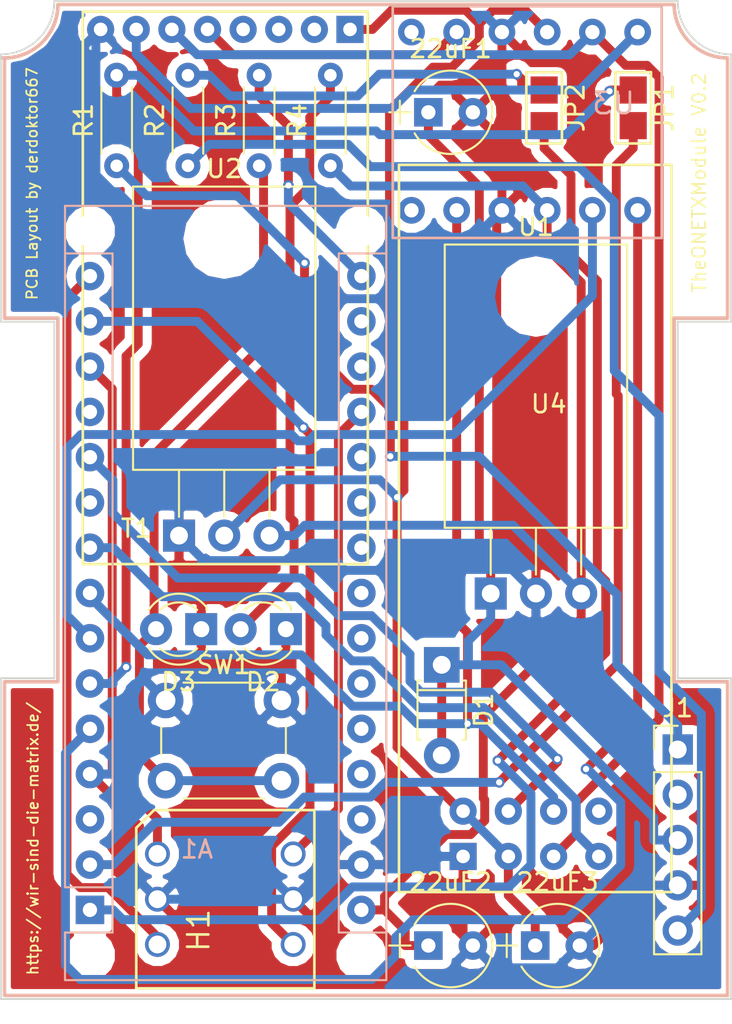
<source format=kicad_pcb>
(kicad_pcb (version 4) (host pcbnew 4.0.7)

  (general
    (links 57)
    (no_connects 0)
    (area 116.949999 72.949999 158.075 130.635)
    (thickness 1.6)
    (drawings 45)
    (tracks 326)
    (zones 0)
    (modules 21)
    (nets 47)
  )

  (page A4)
  (layers
    (0 F.Cu signal)
    (31 B.Cu signal)
    (32 B.Adhes user)
    (33 F.Adhes user)
    (34 B.Paste user)
    (35 F.Paste user)
    (36 B.SilkS user)
    (37 F.SilkS user)
    (38 B.Mask user)
    (39 F.Mask user)
    (40 Dwgs.User user)
    (41 Cmts.User user)
    (42 Eco1.User user)
    (43 Eco2.User user)
    (44 Edge.Cuts user)
    (45 Margin user)
    (46 B.CrtYd user)
    (47 F.CrtYd user)
    (48 B.Fab user)
    (49 F.Fab user)
  )

  (setup
    (last_trace_width 0.5)
    (trace_clearance 0.2)
    (zone_clearance 0.508)
    (zone_45_only no)
    (trace_min 0.1)
    (segment_width 0.2)
    (edge_width 0.1)
    (via_size 0.6)
    (via_drill 0.35)
    (via_min_size 0.45)
    (via_min_drill 0.2)
    (uvia_size 0.44)
    (uvia_drill 0.19)
    (uvias_allowed no)
    (uvia_min_size 0.44)
    (uvia_min_drill 0.19)
    (pcb_text_width 0.3)
    (pcb_text_size 1.5 1.5)
    (mod_edge_width 0.15)
    (mod_text_size 1 1)
    (mod_text_width 0.15)
    (pad_size 1.6 1.6)
    (pad_drill 0.8)
    (pad_to_mask_clearance 0)
    (aux_axis_origin 0 0)
    (visible_elements 7FFFFFFF)
    (pcbplotparams
      (layerselection 0x3ffff_80000001)
      (usegerberextensions false)
      (excludeedgelayer true)
      (linewidth 0.100000)
      (plotframeref false)
      (viasonmask false)
      (mode 1)
      (useauxorigin false)
      (hpglpennumber 1)
      (hpglpenspeed 20)
      (hpglpendiameter 15)
      (hpglpenoverlay 2)
      (psnegative false)
      (psa4output false)
      (plotreference true)
      (plotvalue true)
      (plotinvisibletext false)
      (padsonsilk false)
      (subtractmaskfromsilk false)
      (outputformat 1)
      (mirror false)
      (drillshape 0)
      (scaleselection 1)
      (outputdirectory SVG/))
  )

  (net 0 "")
  (net 1 /VBAT+)
  (net 2 GND)
  (net 3 /5V)
  (net 4 /3.3V)
  (net 5 /TX_IN)
  (net 6 "Net-(A1-Pad17)")
  (net 7 /RX_IN)
  (net 8 "Net-(A1-Pad18)")
  (net 9 "Net-(A1-Pad3)")
  (net 10 /A0)
  (net 11 "Net-(A1-Pad20)")
  (net 12 /A7105_CS)
  (net 13 "Net-(A1-Pad21)")
  (net 14 /PPM_IN)
  (net 15 "Net-(A1-Pad22)")
  (net 16 /SCK)
  (net 17 "Net-(A1-Pad23)")
  (net 18 /MOSI)
  (net 19 "Net-(A1-Pad24)")
  (net 20 /MISO)
  (net 21 "Net-(A1-Pad25)")
  (net 22 "Net-(A1-Pad10)")
  (net 23 "Net-(A1-Pad26)")
  (net 24 /NRF24_CS)
  (net 25 "Net-(A1-Pad27)")
  (net 26 "Net-(A1-Pad12)")
  (net 27 "Net-(A1-Pad28)")
  (net 28 /D10)
  (net 29 /D11)
  (net 30 /D12)
  (net 31 /PB5)
  (net 32 "Net-(D2-Pad2)")
  (net 33 /PPM)
  (net 34 "Net-(J1-Pad2)")
  (net 35 "Net-(J1-Pad5)")
  (net 36 "Net-(JP2-Pad1)")
  (net 37 "Net-(T1-Pad2)")
  (net 38 "Net-(T1-Pad3)")
  (net 39 "Net-(T1-Pad4)")
  (net 40 /MOSI_LV)
  (net 41 /SCK_LV)
  (net 42 /A7105_CS_LV)
  (net 43 "Net-(D3-Pad2)")
  (net 44 "Net-(U3-PadHV4)")
  (net 45 "Net-(U3-PadLV4)")
  (net 46 "Net-(U4-Pad8)")

  (net_class Default "Dies ist die voreingestellte Netzklasse."
    (clearance 0.2)
    (trace_width 0.5)
    (via_dia 0.6)
    (via_drill 0.35)
    (uvia_dia 0.44)
    (uvia_drill 0.19)
    (add_net /3.3V)
    (add_net /5V)
    (add_net /A0)
    (add_net /A7105_CS)
    (add_net /A7105_CS_LV)
    (add_net /D10)
    (add_net /D11)
    (add_net /D12)
    (add_net /MISO)
    (add_net /MOSI)
    (add_net /MOSI_LV)
    (add_net /NRF24_CS)
    (add_net /PB5)
    (add_net /PPM)
    (add_net /PPM_IN)
    (add_net /RX_IN)
    (add_net /SCK)
    (add_net /SCK_LV)
    (add_net /TX_IN)
    (add_net /VBAT+)
    (add_net GND)
    (add_net "Net-(A1-Pad10)")
    (add_net "Net-(A1-Pad12)")
    (add_net "Net-(A1-Pad17)")
    (add_net "Net-(A1-Pad18)")
    (add_net "Net-(A1-Pad20)")
    (add_net "Net-(A1-Pad21)")
    (add_net "Net-(A1-Pad22)")
    (add_net "Net-(A1-Pad23)")
    (add_net "Net-(A1-Pad24)")
    (add_net "Net-(A1-Pad25)")
    (add_net "Net-(A1-Pad26)")
    (add_net "Net-(A1-Pad27)")
    (add_net "Net-(A1-Pad28)")
    (add_net "Net-(A1-Pad3)")
    (add_net "Net-(D2-Pad2)")
    (add_net "Net-(D3-Pad2)")
    (add_net "Net-(J1-Pad2)")
    (add_net "Net-(J1-Pad5)")
    (add_net "Net-(JP2-Pad1)")
    (add_net "Net-(T1-Pad2)")
    (add_net "Net-(T1-Pad3)")
    (add_net "Net-(T1-Pad4)")
    (add_net "Net-(U3-PadHV4)")
    (add_net "Net-(U3-PadLV4)")
    (add_net "Net-(U4-Pad8)")
  )

  (module Capacitors_THT:CP_Radial_Tantal_D4.5mm_P2.50mm (layer F.Cu) (tedit 597C781B) (tstamp 5B1B08F8)
    (at 141 79.25)
    (descr "CP, Radial_Tantal series, Radial, pin pitch=2.50mm, , diameter=4.5mm, Tantal Electrolytic Capacitor, http://cdn-reichelt.de/documents/datenblatt/B300/TANTAL-TB-Serie%23.pdf")
    (tags "CP Radial_Tantal series Radial pin pitch 2.50mm  diameter 4.5mm Tantal Electrolytic Capacitor")
    (path /5A94B537)
    (fp_text reference 22uF1 (at 1.25 -3.56) (layer F.SilkS)
      (effects (font (size 1 1) (thickness 0.15)))
    )
    (fp_text value CP1 (at 1.25 3.56) (layer F.Fab)
      (effects (font (size 1 1) (thickness 0.15)))
    )
    (fp_arc (start 1.25 0) (end -0.770693 -1.18) (angle 119.4) (layer F.SilkS) (width 0.12))
    (fp_arc (start 1.25 0) (end -0.770693 1.18) (angle -119.4) (layer F.SilkS) (width 0.12))
    (fp_arc (start 1.25 0) (end 3.270693 -1.18) (angle 60.6) (layer F.SilkS) (width 0.12))
    (fp_circle (center 1.25 0) (end 3.5 0) (layer F.Fab) (width 0.1))
    (fp_line (start -2.2 0) (end -1 0) (layer F.Fab) (width 0.1))
    (fp_line (start -1.6 -0.65) (end -1.6 0.65) (layer F.Fab) (width 0.1))
    (fp_line (start -2.2 0) (end -1 0) (layer F.SilkS) (width 0.12))
    (fp_line (start -1.6 -0.65) (end -1.6 0.65) (layer F.SilkS) (width 0.12))
    (fp_line (start -1.35 -2.6) (end -1.35 2.6) (layer F.CrtYd) (width 0.05))
    (fp_line (start -1.35 2.6) (end 3.85 2.6) (layer F.CrtYd) (width 0.05))
    (fp_line (start 3.85 2.6) (end 3.85 -2.6) (layer F.CrtYd) (width 0.05))
    (fp_line (start 3.85 -2.6) (end -1.35 -2.6) (layer F.CrtYd) (width 0.05))
    (fp_text user %R (at 1.25 0) (layer F.Fab)
      (effects (font (size 1 1) (thickness 0.15)))
    )
    (pad 1 thru_hole rect (at 0 0) (size 1.6 1.6) (drill 0.8) (layers *.Cu *.Mask)
      (net 1 /VBAT+))
    (pad 2 thru_hole circle (at 2.5 0) (size 1.6 1.6) (drill 0.8) (layers *.Cu *.Mask)
      (net 2 GND))
    (model ${KISYS3DMOD}/Capacitors_THT.3dshapes/CP_Radial_Tantal_D4.5mm_P2.50mm.wrl
      (at (xyz 0 0 0))
      (scale (xyz 1 1 1))
      (rotate (xyz 0 0 0))
    )
  )

  (module Capacitors_THT:CP_Radial_Tantal_D4.5mm_P2.50mm (layer F.Cu) (tedit 597C781B) (tstamp 5B1B090B)
    (at 141 126)
    (descr "CP, Radial_Tantal series, Radial, pin pitch=2.50mm, , diameter=4.5mm, Tantal Electrolytic Capacitor, http://cdn-reichelt.de/documents/datenblatt/B300/TANTAL-TB-Serie%23.pdf")
    (tags "CP Radial_Tantal series Radial pin pitch 2.50mm  diameter 4.5mm Tantal Electrolytic Capacitor")
    (path /5A94B57A)
    (fp_text reference 22uF2 (at 1.25 -3.56) (layer F.SilkS)
      (effects (font (size 1 1) (thickness 0.15)))
    )
    (fp_text value CP1 (at 1.25 3.56) (layer F.Fab)
      (effects (font (size 1 1) (thickness 0.15)))
    )
    (fp_arc (start 1.25 0) (end -0.770693 -1.18) (angle 119.4) (layer F.SilkS) (width 0.12))
    (fp_arc (start 1.25 0) (end -0.770693 1.18) (angle -119.4) (layer F.SilkS) (width 0.12))
    (fp_arc (start 1.25 0) (end 3.270693 -1.18) (angle 60.6) (layer F.SilkS) (width 0.12))
    (fp_circle (center 1.25 0) (end 3.5 0) (layer F.Fab) (width 0.1))
    (fp_line (start -2.2 0) (end -1 0) (layer F.Fab) (width 0.1))
    (fp_line (start -1.6 -0.65) (end -1.6 0.65) (layer F.Fab) (width 0.1))
    (fp_line (start -2.2 0) (end -1 0) (layer F.SilkS) (width 0.12))
    (fp_line (start -1.6 -0.65) (end -1.6 0.65) (layer F.SilkS) (width 0.12))
    (fp_line (start -1.35 -2.6) (end -1.35 2.6) (layer F.CrtYd) (width 0.05))
    (fp_line (start -1.35 2.6) (end 3.85 2.6) (layer F.CrtYd) (width 0.05))
    (fp_line (start 3.85 2.6) (end 3.85 -2.6) (layer F.CrtYd) (width 0.05))
    (fp_line (start 3.85 -2.6) (end -1.35 -2.6) (layer F.CrtYd) (width 0.05))
    (fp_text user %R (at 1.25 0) (layer F.Fab)
      (effects (font (size 1 1) (thickness 0.15)))
    )
    (pad 1 thru_hole rect (at 0 0) (size 1.6 1.6) (drill 0.8) (layers *.Cu *.Mask)
      (net 3 /5V))
    (pad 2 thru_hole circle (at 2.5 0) (size 1.6 1.6) (drill 0.8) (layers *.Cu *.Mask)
      (net 2 GND))
    (model ${KISYS3DMOD}/Capacitors_THT.3dshapes/CP_Radial_Tantal_D4.5mm_P2.50mm.wrl
      (at (xyz 0 0 0))
      (scale (xyz 1 1 1))
      (rotate (xyz 0 0 0))
    )
  )

  (module Capacitors_THT:CP_Radial_Tantal_D4.5mm_P2.50mm (layer F.Cu) (tedit 597C781B) (tstamp 5B1B091E)
    (at 147 126)
    (descr "CP, Radial_Tantal series, Radial, pin pitch=2.50mm, , diameter=4.5mm, Tantal Electrolytic Capacitor, http://cdn-reichelt.de/documents/datenblatt/B300/TANTAL-TB-Serie%23.pdf")
    (tags "CP Radial_Tantal series Radial pin pitch 2.50mm  diameter 4.5mm Tantal Electrolytic Capacitor")
    (path /5A94B5A5)
    (fp_text reference 22uF3 (at 1.25 -3.56) (layer F.SilkS)
      (effects (font (size 1 1) (thickness 0.15)))
    )
    (fp_text value CP1 (at 1.25 3.56) (layer F.Fab)
      (effects (font (size 1 1) (thickness 0.15)))
    )
    (fp_arc (start 1.25 0) (end -0.770693 -1.18) (angle 119.4) (layer F.SilkS) (width 0.12))
    (fp_arc (start 1.25 0) (end -0.770693 1.18) (angle -119.4) (layer F.SilkS) (width 0.12))
    (fp_arc (start 1.25 0) (end 3.270693 -1.18) (angle 60.6) (layer F.SilkS) (width 0.12))
    (fp_circle (center 1.25 0) (end 3.5 0) (layer F.Fab) (width 0.1))
    (fp_line (start -2.2 0) (end -1 0) (layer F.Fab) (width 0.1))
    (fp_line (start -1.6 -0.65) (end -1.6 0.65) (layer F.Fab) (width 0.1))
    (fp_line (start -2.2 0) (end -1 0) (layer F.SilkS) (width 0.12))
    (fp_line (start -1.6 -0.65) (end -1.6 0.65) (layer F.SilkS) (width 0.12))
    (fp_line (start -1.35 -2.6) (end -1.35 2.6) (layer F.CrtYd) (width 0.05))
    (fp_line (start -1.35 2.6) (end 3.85 2.6) (layer F.CrtYd) (width 0.05))
    (fp_line (start 3.85 2.6) (end 3.85 -2.6) (layer F.CrtYd) (width 0.05))
    (fp_line (start 3.85 -2.6) (end -1.35 -2.6) (layer F.CrtYd) (width 0.05))
    (fp_text user %R (at 1.25 0) (layer F.Fab)
      (effects (font (size 1 1) (thickness 0.15)))
    )
    (pad 1 thru_hole rect (at 0 0) (size 1.6 1.6) (drill 0.8) (layers *.Cu *.Mask)
      (net 4 /3.3V))
    (pad 2 thru_hole circle (at 2.5 0) (size 1.6 1.6) (drill 0.8) (layers *.Cu *.Mask)
      (net 2 GND))
    (model ${KISYS3DMOD}/Capacitors_THT.3dshapes/CP_Radial_Tantal_D4.5mm_P2.50mm.wrl
      (at (xyz 0 0 0))
      (scale (xyz 1 1 1))
      (rotate (xyz 0 0 0))
    )
  )

  (module Modules:Arduino_Nano_WithMountingHoles (layer B.Cu) (tedit 5B1B0959) (tstamp 5B1B095F)
    (at 122 124)
    (descr "Arduino Nano, http://www.mouser.com/pdfdocs/Gravitech_Arduino_Nano3_0.pdf")
    (tags "Arduino Nano")
    (path /5A9C6EAC)
    (fp_text reference A1 (at 6 -3.4) (layer B.SilkS)
      (effects (font (size 1 1) (thickness 0.15)) (justify mirror))
    )
    (fp_text value Arduino_Nano_v3.x (at 8.89 -15.24 270) (layer B.Fab)
      (effects (font (size 1 1) (thickness 0.15)) (justify mirror))
    )
    (fp_text user %R (at 6.35 -16.51 270) (layer B.Fab)
      (effects (font (size 1 1) (thickness 0.15)) (justify mirror))
    )
    (fp_line (start 1.27 -1.27) (end 1.27 1.27) (layer B.SilkS) (width 0.12))
    (fp_line (start 1.27 1.27) (end -1.4 1.27) (layer B.SilkS) (width 0.12))
    (fp_line (start -1.4 -1.27) (end -1.4 -39.5) (layer B.SilkS) (width 0.12))
    (fp_line (start -1.4 3.94) (end -1.4 1.27) (layer B.SilkS) (width 0.12))
    (fp_line (start 13.97 1.27) (end 16.64 1.27) (layer B.SilkS) (width 0.12))
    (fp_line (start 13.97 1.27) (end 13.97 -36.83) (layer B.SilkS) (width 0.12))
    (fp_line (start 13.97 -36.83) (end 16.64 -36.83) (layer B.SilkS) (width 0.12))
    (fp_line (start 1.27 -1.27) (end -1.4 -1.27) (layer B.SilkS) (width 0.12))
    (fp_line (start 1.27 -1.27) (end 1.27 -36.83) (layer B.SilkS) (width 0.12))
    (fp_line (start 1.27 -36.83) (end -1.4 -36.83) (layer B.SilkS) (width 0.12))
    (fp_line (start 3.81 -31.75) (end 11.43 -31.75) (layer B.Fab) (width 0.1))
    (fp_line (start 11.43 -31.75) (end 11.43 -41.91) (layer B.Fab) (width 0.1))
    (fp_line (start 11.43 -41.91) (end 3.81 -41.91) (layer B.Fab) (width 0.1))
    (fp_line (start 3.81 -41.91) (end 3.81 -31.75) (layer B.Fab) (width 0.1))
    (fp_line (start -1.4 -39.5) (end 16.64 -39.5) (layer B.SilkS) (width 0.12))
    (fp_line (start 16.64 -39.5) (end 16.64 3.94) (layer B.SilkS) (width 0.12))
    (fp_line (start 16.64 3.94) (end -1.4 3.94) (layer B.SilkS) (width 0.12))
    (fp_line (start 16.51 -39.37) (end -1.27 -39.37) (layer B.Fab) (width 0.1))
    (fp_line (start -1.27 -39.37) (end -1.27 2.54) (layer B.Fab) (width 0.1))
    (fp_line (start -1.27 2.54) (end 0 3.81) (layer B.Fab) (width 0.1))
    (fp_line (start 0 3.81) (end 16.51 3.81) (layer B.Fab) (width 0.1))
    (fp_line (start 16.51 3.81) (end 16.51 -39.37) (layer B.Fab) (width 0.1))
    (fp_line (start -1.53 4.06) (end 16.75 4.06) (layer B.CrtYd) (width 0.05))
    (fp_line (start -1.53 4.06) (end -1.53 -42.16) (layer B.CrtYd) (width 0.05))
    (fp_line (start 16.75 -42.16) (end 16.75 4.06) (layer B.CrtYd) (width 0.05))
    (fp_line (start 16.75 -42.16) (end -1.53 -42.16) (layer B.CrtYd) (width 0.05))
    (pad 1 thru_hole rect (at 0 0) (size 1.6 1.6) (drill 0.8) (layers *.Cu *.Mask)
      (net 5 /TX_IN))
    (pad 17 thru_hole oval (at 15.24 -33.02) (size 1.6 1.6) (drill 0.8) (layers *.Cu *.Mask)
      (net 6 "Net-(A1-Pad17)"))
    (pad 2 thru_hole oval (at 0 -2.54) (size 1.6 1.6) (drill 0.8) (layers *.Cu *.Mask)
      (net 7 /RX_IN))
    (pad 18 thru_hole oval (at 15.24 -30.48) (size 1.6 1.6) (drill 0.8) (layers *.Cu *.Mask)
      (net 8 "Net-(A1-Pad18)"))
    (pad 3 thru_hole oval (at 0 -5.08) (size 1.6 1.6) (drill 0.8) (layers *.Cu *.Mask)
      (net 9 "Net-(A1-Pad3)"))
    (pad 19 thru_hole oval (at 15.24 -27.94) (size 1.6 1.6) (drill 0.8) (layers *.Cu *.Mask)
      (net 10 /A0))
    (pad 4 thru_hole oval (at 0 -7.62) (size 1.6 1.6) (drill 0.8) (layers *.Cu *.Mask)
      (net 2 GND))
    (pad 20 thru_hole oval (at 15.24 -25.4) (size 1.6 1.6) (drill 0.8) (layers *.Cu *.Mask)
      (net 11 "Net-(A1-Pad20)"))
    (pad 5 thru_hole oval (at 0 -10.16) (size 1.6 1.6) (drill 0.8) (layers *.Cu *.Mask)
      (net 12 /A7105_CS))
    (pad 21 thru_hole oval (at 15.24 -22.86) (size 1.6 1.6) (drill 0.8) (layers *.Cu *.Mask)
      (net 13 "Net-(A1-Pad21)"))
    (pad 6 thru_hole oval (at 0 -12.7) (size 1.6 1.6) (drill 0.8) (layers *.Cu *.Mask)
      (net 14 /PPM_IN))
    (pad 22 thru_hole oval (at 15.24 -20.32) (size 1.6 1.6) (drill 0.8) (layers *.Cu *.Mask)
      (net 15 "Net-(A1-Pad22)"))
    (pad 7 thru_hole oval (at 0 -15.24) (size 1.6 1.6) (drill 0.8) (layers *.Cu *.Mask)
      (net 16 /SCK))
    (pad 23 thru_hole oval (at 15.24 -17.78) (size 1.6 1.6) (drill 0.8) (layers *.Cu *.Mask)
      (net 17 "Net-(A1-Pad23)"))
    (pad 8 thru_hole oval (at 0 -17.78) (size 1.6 1.6) (drill 0.8) (layers *.Cu *.Mask)
      (net 18 /MOSI))
    (pad 24 thru_hole oval (at 15.24 -15.24) (size 1.6 1.6) (drill 0.8) (layers *.Cu *.Mask)
      (net 19 "Net-(A1-Pad24)"))
    (pad 9 thru_hole oval (at 0 -20.32) (size 1.6 1.6) (drill 0.8) (layers *.Cu *.Mask)
      (net 20 /MISO))
    (pad 25 thru_hole oval (at 15.24 -12.7) (size 1.6 1.6) (drill 0.8) (layers *.Cu *.Mask)
      (net 21 "Net-(A1-Pad25)"))
    (pad 10 thru_hole oval (at 0 -22.86) (size 1.6 1.6) (drill 0.8) (layers *.Cu *.Mask)
      (net 22 "Net-(A1-Pad10)"))
    (pad 26 thru_hole oval (at 15.24 -10.16) (size 1.6 1.6) (drill 0.8) (layers *.Cu *.Mask)
      (net 23 "Net-(A1-Pad26)"))
    (pad 11 thru_hole oval (at 0 -25.4) (size 1.6 1.6) (drill 0.8) (layers *.Cu *.Mask)
      (net 24 /NRF24_CS))
    (pad 27 thru_hole oval (at 15.24 -7.62) (size 1.6 1.6) (drill 0.8) (layers *.Cu *.Mask)
      (net 25 "Net-(A1-Pad27)"))
    (pad 12 thru_hole oval (at 0 -27.94) (size 1.6 1.6) (drill 0.8) (layers *.Cu *.Mask)
      (net 26 "Net-(A1-Pad12)"))
    (pad 28 thru_hole oval (at 15.24 -5.08) (size 1.6 1.6) (drill 0.8) (layers *.Cu *.Mask)
      (net 27 "Net-(A1-Pad28)"))
    (pad 13 thru_hole oval (at 0 -30.48) (size 1.6 1.6) (drill 0.8) (layers *.Cu *.Mask)
      (net 28 /D10))
    (pad 29 thru_hole oval (at 15.24 -2.54) (size 1.6 1.6) (drill 0.8) (layers *.Cu *.Mask)
      (net 2 GND))
    (pad 14 thru_hole oval (at 0 -33.02) (size 1.6 1.6) (drill 0.8) (layers *.Cu *.Mask)
      (net 29 /D11))
    (pad 30 thru_hole oval (at 15.24 0) (size 1.6 1.6) (drill 0.8) (layers *.Cu *.Mask)
      (net 3 /5V))
    (pad 15 thru_hole oval (at 0 -35.56) (size 1.6 1.6) (drill 0.8) (layers *.Cu *.Mask)
      (net 30 /D12))
    (pad 16 thru_hole oval (at 15.24 -35.56) (size 1.6 1.6) (drill 0.8) (layers *.Cu *.Mask)
      (net 31 /PB5))
    (pad "" np_thru_hole circle (at 0 2.54) (size 1.78 1.78) (drill 1.78) (layers *.Cu *.Mask))
    (pad "" np_thru_hole circle (at 15.24 2.54) (size 1.78 1.78) (drill 1.78) (layers *.Cu *.Mask))
    (pad "" np_thru_hole circle (at 15.24 -38.1) (size 1.78 1.78) (drill 1.78) (layers *.Cu *.Mask))
    (pad "" np_thru_hole circle (at 0 -38.1) (size 1.78 1.78) (drill 1.78) (layers *.Cu *.Mask))
  )

  (module Diodes_THT:D_T-1_P5.08mm_Horizontal (layer F.Cu) (tedit 5921392F) (tstamp 5B1B0978)
    (at 141.75 110.25 270)
    (descr "D, T-1 series, Axial, Horizontal, pin pitch=5.08mm, , length*diameter=3.2*2.6mm^2, , http://www.diodes.com/_files/packages/T-1.pdf")
    (tags "D T-1 series Axial Horizontal pin pitch 5.08mm  length 3.2mm diameter 2.6mm")
    (path /5AB1806F)
    (fp_text reference D1 (at 2.54 -2.36 270) (layer F.SilkS)
      (effects (font (size 1 1) (thickness 0.15)))
    )
    (fp_text value D (at 2.54 2.36 270) (layer F.Fab)
      (effects (font (size 1 1) (thickness 0.15)))
    )
    (fp_text user %R (at 2.54 0 270) (layer F.Fab)
      (effects (font (size 1 1) (thickness 0.15)))
    )
    (fp_line (start 0.94 -1.3) (end 0.94 1.3) (layer F.Fab) (width 0.1))
    (fp_line (start 0.94 1.3) (end 4.14 1.3) (layer F.Fab) (width 0.1))
    (fp_line (start 4.14 1.3) (end 4.14 -1.3) (layer F.Fab) (width 0.1))
    (fp_line (start 4.14 -1.3) (end 0.94 -1.3) (layer F.Fab) (width 0.1))
    (fp_line (start 0 0) (end 0.94 0) (layer F.Fab) (width 0.1))
    (fp_line (start 5.08 0) (end 4.14 0) (layer F.Fab) (width 0.1))
    (fp_line (start 1.42 -1.3) (end 1.42 1.3) (layer F.Fab) (width 0.1))
    (fp_line (start 0.88 -1.18) (end 0.88 -1.36) (layer F.SilkS) (width 0.12))
    (fp_line (start 0.88 -1.36) (end 4.2 -1.36) (layer F.SilkS) (width 0.12))
    (fp_line (start 4.2 -1.36) (end 4.2 -1.18) (layer F.SilkS) (width 0.12))
    (fp_line (start 0.88 1.18) (end 0.88 1.36) (layer F.SilkS) (width 0.12))
    (fp_line (start 0.88 1.36) (end 4.2 1.36) (layer F.SilkS) (width 0.12))
    (fp_line (start 4.2 1.36) (end 4.2 1.18) (layer F.SilkS) (width 0.12))
    (fp_line (start 1.42 -1.36) (end 1.42 1.36) (layer F.SilkS) (width 0.12))
    (fp_line (start -1.25 -1.65) (end -1.25 1.65) (layer F.CrtYd) (width 0.05))
    (fp_line (start -1.25 1.65) (end 6.35 1.65) (layer F.CrtYd) (width 0.05))
    (fp_line (start 6.35 1.65) (end 6.35 -1.65) (layer F.CrtYd) (width 0.05))
    (fp_line (start 6.35 -1.65) (end -1.25 -1.65) (layer F.CrtYd) (width 0.05))
    (pad 1 thru_hole rect (at 0 0 270) (size 2 2) (drill 1) (layers *.Cu *.Mask)
      (net 1 /VBAT+))
    (pad 2 thru_hole oval (at 5.08 0 270) (size 2 2) (drill 1) (layers *.Cu *.Mask)
      (net 1 /VBAT+))
    (model ${KISYS3DMOD}/Diodes_THT.3dshapes/D_T-1_P5.08mm_Horizontal.wrl
      (at (xyz 0 0 0))
      (scale (xyz 0.393701 0.393701 0.393701))
      (rotate (xyz 0 0 0))
    )
  )

  (module LEDs:LED_D3.0mm (layer F.Cu) (tedit 587A3A7B) (tstamp 5B1B098B)
    (at 133 108.25 180)
    (descr "LED, diameter 3.0mm, 2 pins")
    (tags "LED diameter 3.0mm 2 pins")
    (path /5A94BC0E)
    (fp_text reference D2 (at 1.27 -2.96 180) (layer F.SilkS)
      (effects (font (size 1 1) (thickness 0.15)))
    )
    (fp_text value LED (at 1.27 2.96 180) (layer F.Fab)
      (effects (font (size 1 1) (thickness 0.15)))
    )
    (fp_arc (start 1.27 0) (end -0.23 -1.16619) (angle 284.3) (layer F.Fab) (width 0.1))
    (fp_arc (start 1.27 0) (end -0.29 -1.235516) (angle 108.8) (layer F.SilkS) (width 0.12))
    (fp_arc (start 1.27 0) (end -0.29 1.235516) (angle -108.8) (layer F.SilkS) (width 0.12))
    (fp_arc (start 1.27 0) (end 0.229039 -1.08) (angle 87.9) (layer F.SilkS) (width 0.12))
    (fp_arc (start 1.27 0) (end 0.229039 1.08) (angle -87.9) (layer F.SilkS) (width 0.12))
    (fp_circle (center 1.27 0) (end 2.77 0) (layer F.Fab) (width 0.1))
    (fp_line (start -0.23 -1.16619) (end -0.23 1.16619) (layer F.Fab) (width 0.1))
    (fp_line (start -0.29 -1.236) (end -0.29 -1.08) (layer F.SilkS) (width 0.12))
    (fp_line (start -0.29 1.08) (end -0.29 1.236) (layer F.SilkS) (width 0.12))
    (fp_line (start -1.15 -2.25) (end -1.15 2.25) (layer F.CrtYd) (width 0.05))
    (fp_line (start -1.15 2.25) (end 3.7 2.25) (layer F.CrtYd) (width 0.05))
    (fp_line (start 3.7 2.25) (end 3.7 -2.25) (layer F.CrtYd) (width 0.05))
    (fp_line (start 3.7 -2.25) (end -1.15 -2.25) (layer F.CrtYd) (width 0.05))
    (pad 1 thru_hole rect (at 0 0 180) (size 1.8 1.8) (drill 0.9) (layers *.Cu *.Mask)
      (net 2 GND))
    (pad 2 thru_hole circle (at 2.54 0 180) (size 1.8 1.8) (drill 0.9) (layers *.Cu *.Mask)
      (net 32 "Net-(D2-Pad2)"))
    (model ${KISYS3DMOD}/LEDs.3dshapes/LED_D3.0mm.wrl
      (at (xyz 0 0 0))
      (scale (xyz 0.393701 0.393701 0.393701))
      (rotate (xyz 0 0 0))
    )
  )

  (module LEDs:LED_D3.0mm (layer F.Cu) (tedit 5B1B099F) (tstamp 5B1B099E)
    (at 128.25 108.25 180)
    (descr "LED, diameter 3.0mm, 2 pins")
    (tags "LED diameter 3.0mm 2 pins")
    (path /5A9B5BF8)
    (fp_text reference D3 (at 1.27 -2.96 180) (layer F.SilkS)
      (effects (font (size 1 1) (thickness 0.15)))
    )
    (fp_text value LED (at 1.5 3 180) (layer F.Fab)
      (effects (font (size 1 1) (thickness 0.15)))
    )
    (fp_arc (start 1.27 0) (end -0.23 -1.16619) (angle 284.3) (layer F.Fab) (width 0.1))
    (fp_arc (start 1.27 0) (end -0.29 -1.235516) (angle 108.8) (layer F.SilkS) (width 0.12))
    (fp_arc (start 1.27 0) (end -0.29 1.235516) (angle -108.8) (layer F.SilkS) (width 0.12))
    (fp_arc (start 1.27 0) (end 0.229039 -1.08) (angle 87.9) (layer F.SilkS) (width 0.12))
    (fp_arc (start 1.27 0) (end 0.229039 1.08) (angle -87.9) (layer F.SilkS) (width 0.12))
    (fp_circle (center 1.27 0) (end 2.77 0) (layer F.Fab) (width 0.1))
    (fp_line (start -0.23 -1.16619) (end -0.23 1.16619) (layer F.Fab) (width 0.1))
    (fp_line (start -0.29 -1.236) (end -0.29 -1.08) (layer F.SilkS) (width 0.12))
    (fp_line (start -0.29 1.08) (end -0.29 1.236) (layer F.SilkS) (width 0.12))
    (fp_line (start -1.15 -2.25) (end -1.15 2.25) (layer F.CrtYd) (width 0.05))
    (fp_line (start -1.15 2.25) (end 3.7 2.25) (layer F.CrtYd) (width 0.05))
    (fp_line (start 3.7 2.25) (end 3.7 -2.25) (layer F.CrtYd) (width 0.05))
    (fp_line (start 3.7 -2.25) (end -1.15 -2.25) (layer F.CrtYd) (width 0.05))
    (pad 1 thru_hole rect (at 0 0 180) (size 1.8 1.8) (drill 0.9) (layers *.Cu *.Mask)
      (net 2 GND))
    (pad 2 thru_hole circle (at 2.54 0 180) (size 1.8 1.8) (drill 0.9) (layers *.Cu *.Mask)
      (net 43 "Net-(D3-Pad2)"))
    (model ${KISYS3DMOD}/LEDs.3dshapes/LED_D3.0mm.wrl
      (at (xyz 0 0 0))
      (scale (xyz 0.393701 0.393701 0.393701))
      (rotate (xyz 0 0 0))
    )
  )

  (module customs:HEX_ENCODER_16 (layer F.Cu) (tedit 5A9D9188) (tstamp 5B1B09AD)
    (at 129.6 123.4)
    (path /5A9D9572)
    (fp_text reference H1 (at -1.5 1.75 270) (layer F.SilkS)
      (effects (font (size 1.2 1.2) (thickness 0.15)))
    )
    (fp_text value HEX_CODER_16 (at 1 0 90) (layer F.Fab) hide
      (effects (font (size 1.2 1.2) (thickness 0.15)))
    )
    (fp_line (start -4 -5) (end -5 -4) (layer F.SilkS) (width 0.15))
    (fp_line (start -4 -5) (end 5 -5) (layer F.SilkS) (width 0.15))
    (fp_line (start -5 -4) (end -5 5) (layer F.SilkS) (width 0.15))
    (fp_line (start 5 -5) (end 5 5) (layer F.SilkS) (width 0.15))
    (fp_line (start 5 5) (end -5 5) (layer F.SilkS) (width 0.15))
    (pad 4 thru_hole circle (at -3.81 2.54 90) (size 1.4 1.4) (drill 1) (layers *.Cu *.Mask)
      (net 30 /D12))
    (pad 2 thru_hole circle (at 3.81 2.54 90) (size 1.4 1.4) (drill 1) (layers *.Cu *.Mask)
      (net 29 /D11))
    (pad C thru_hole circle (at -3.81 0 90) (size 1.4 1.4) (drill 1) (layers *.Cu *.Mask)
      (net 2 GND))
    (pad C thru_hole circle (at 3.81 0 90) (size 1.4 1.4) (drill 1) (layers *.Cu *.Mask)
      (net 2 GND))
    (pad 1 thru_hole circle (at -3.81 -2.54 90) (size 1.4 1.4) (drill 1) (layers *.Cu *.Mask)
      (net 28 /D10))
    (pad 8 thru_hole circle (at 3.81 -2.54 90) (size 1.4 1.4) (drill 1) (layers *.Cu *.Mask)
      (net 10 /A0))
  )

  (module Pin_Headers:Pin_Header_Straight_1x05_Pitch2.54mm (layer F.Cu) (tedit 5B1B0920) (tstamp 5B1B09C6)
    (at 155 115)
    (descr "Through hole straight pin header, 1x05, 2.54mm pitch, single row")
    (tags "Through hole pin header THT 1x05 2.54mm single row")
    (path /5A918030)
    (fp_text reference J1 (at 0 -2.33) (layer F.SilkS)
      (effects (font (size 1 1) (thickness 0.15)))
    )
    (fp_text value Conn_01x05_Female (at 2 5 90) (layer F.Fab) hide
      (effects (font (size 1 1) (thickness 0.15)))
    )
    (fp_line (start -0.635 -1.27) (end 1.27 -1.27) (layer F.Fab) (width 0.1))
    (fp_line (start 1.27 -1.27) (end 1.27 11.43) (layer F.Fab) (width 0.1))
    (fp_line (start 1.27 11.43) (end -1.27 11.43) (layer F.Fab) (width 0.1))
    (fp_line (start -1.27 11.43) (end -1.27 -0.635) (layer F.Fab) (width 0.1))
    (fp_line (start -1.27 -0.635) (end -0.635 -1.27) (layer F.Fab) (width 0.1))
    (fp_line (start -1.33 11.49) (end 1.33 11.49) (layer F.SilkS) (width 0.12))
    (fp_line (start -1.33 1.27) (end -1.33 11.49) (layer F.SilkS) (width 0.12))
    (fp_line (start 1.33 1.27) (end 1.33 11.49) (layer F.SilkS) (width 0.12))
    (fp_line (start -1.33 1.27) (end 1.33 1.27) (layer F.SilkS) (width 0.12))
    (fp_line (start -1.33 0) (end -1.33 -1.33) (layer F.SilkS) (width 0.12))
    (fp_line (start -1.33 -1.33) (end 0 -1.33) (layer F.SilkS) (width 0.12))
    (fp_line (start -1.8 -1.8) (end -1.8 11.95) (layer F.CrtYd) (width 0.05))
    (fp_line (start -1.8 11.95) (end 1.8 11.95) (layer F.CrtYd) (width 0.05))
    (fp_line (start 1.8 11.95) (end 1.8 -1.8) (layer F.CrtYd) (width 0.05))
    (fp_line (start 1.8 -1.8) (end -1.8 -1.8) (layer F.CrtYd) (width 0.05))
    (fp_text user %R (at 0 5.08 90) (layer F.Fab)
      (effects (font (size 1 1) (thickness 0.15)))
    )
    (pad 1 thru_hole rect (at 0 0) (size 1.7 1.7) (drill 1) (layers *.Cu *.Mask)
      (net 33 /PPM))
    (pad 2 thru_hole oval (at 0 2.54) (size 1.7 1.7) (drill 1) (layers *.Cu *.Mask)
      (net 34 "Net-(J1-Pad2)"))
    (pad 3 thru_hole oval (at 0 5.08) (size 1.7 1.7) (drill 1) (layers *.Cu *.Mask)
      (net 1 /VBAT+))
    (pad 4 thru_hole oval (at 0 7.62) (size 1.7 1.7) (drill 1) (layers *.Cu *.Mask)
      (net 2 GND))
    (pad 5 thru_hole oval (at 0 10.16) (size 1.7 1.7) (drill 1) (layers *.Cu *.Mask)
      (net 35 "Net-(J1-Pad5)"))
    (model ${KISYS3DMOD}/Pin_Headers.3dshapes/Pin_Header_Straight_1x05_Pitch2.54mm.wrl
      (at (xyz 0 0 0))
      (scale (xyz 1 1 1))
      (rotate (xyz 0 0 0))
    )
  )

  (module customs:Jumper_SMD (layer F.Cu) (tedit 5A9FCCC8) (tstamp 5B1B09D0)
    (at 150.5 79 270)
    (path /5A9F1E7A)
    (fp_text reference JP1 (at 0 -3.75 270) (layer F.SilkS)
      (effects (font (size 1 1) (thickness 0.15)))
    )
    (fp_text value TEL_RX (at 0.25 -0.25 270) (layer F.Fab)
      (effects (font (size 1 1) (thickness 0.15)))
    )
    (fp_line (start 2 -3) (end -2 -3) (layer F.SilkS) (width 0.15))
    (fp_line (start -2 -3) (end -2 -1) (layer F.SilkS) (width 0.15))
    (fp_line (start -2 -1) (end 2 -1) (layer F.SilkS) (width 0.15))
    (fp_line (start 2 -3) (end 2 -1) (layer F.SilkS) (width 0.15))
    (pad 1 smd rect (at -1 -2 270) (size 1.524 1.524) (layers F.Cu F.Paste F.Mask)
      (net 14 /PPM_IN))
    (pad 2 smd rect (at 1 -2 270) (size 1.524 1.524) (layers F.Cu F.Paste F.Mask)
      (net 7 /RX_IN))
  )

  (module customs:Jumper_SMD (layer F.Cu) (tedit 5A9FCCC8) (tstamp 5B1B09DA)
    (at 145.5 79 270)
    (path /5A9F2B95)
    (fp_text reference JP2 (at 0 -3.75 270) (layer F.SilkS)
      (effects (font (size 1 1) (thickness 0.15)))
    )
    (fp_text value TEL_TX (at 0.25 -0.25 270) (layer F.Fab)
      (effects (font (size 1 1) (thickness 0.15)))
    )
    (fp_line (start 2 -3) (end -2 -3) (layer F.SilkS) (width 0.15))
    (fp_line (start -2 -3) (end -2 -1) (layer F.SilkS) (width 0.15))
    (fp_line (start -2 -1) (end 2 -1) (layer F.SilkS) (width 0.15))
    (fp_line (start 2 -3) (end 2 -1) (layer F.SilkS) (width 0.15))
    (pad 1 smd rect (at -1 -2 270) (size 1.524 1.524) (layers F.Cu F.Paste F.Mask)
      (net 36 "Net-(JP2-Pad1)"))
    (pad 2 smd rect (at 1 -2 270) (size 1.524 1.524) (layers F.Cu F.Paste F.Mask)
      (net 5 /TX_IN))
  )

  (module Resistors_THT:R_Axial_DIN0204_L3.6mm_D1.6mm_P5.08mm_Horizontal (layer F.Cu) (tedit 5874F706) (tstamp 5B1B09EC)
    (at 123.5 82.25 90)
    (descr "Resistor, Axial_DIN0204 series, Axial, Horizontal, pin pitch=5.08mm, 0.16666666666666666W = 1/6W, length*diameter=3.6*1.6mm^2, http://cdn-reichelt.de/documents/datenblatt/B400/1_4W%23YAG.pdf")
    (tags "Resistor Axial_DIN0204 series Axial Horizontal pin pitch 5.08mm 0.16666666666666666W = 1/6W length 3.6mm diameter 1.6mm")
    (path /5A918115)
    (fp_text reference R1 (at 2.54 -1.86 90) (layer F.SilkS)
      (effects (font (size 1 1) (thickness 0.15)))
    )
    (fp_text value 2.2K (at 2.54 1.86 90) (layer F.Fab)
      (effects (font (size 1 1) (thickness 0.15)))
    )
    (fp_line (start 0.74 -0.8) (end 0.74 0.8) (layer F.Fab) (width 0.1))
    (fp_line (start 0.74 0.8) (end 4.34 0.8) (layer F.Fab) (width 0.1))
    (fp_line (start 4.34 0.8) (end 4.34 -0.8) (layer F.Fab) (width 0.1))
    (fp_line (start 4.34 -0.8) (end 0.74 -0.8) (layer F.Fab) (width 0.1))
    (fp_line (start 0 0) (end 0.74 0) (layer F.Fab) (width 0.1))
    (fp_line (start 5.08 0) (end 4.34 0) (layer F.Fab) (width 0.1))
    (fp_line (start 0.68 -0.86) (end 4.4 -0.86) (layer F.SilkS) (width 0.12))
    (fp_line (start 0.68 0.86) (end 4.4 0.86) (layer F.SilkS) (width 0.12))
    (fp_line (start -0.95 -1.15) (end -0.95 1.15) (layer F.CrtYd) (width 0.05))
    (fp_line (start -0.95 1.15) (end 6.05 1.15) (layer F.CrtYd) (width 0.05))
    (fp_line (start 6.05 1.15) (end 6.05 -1.15) (layer F.CrtYd) (width 0.05))
    (fp_line (start 6.05 -1.15) (end -0.95 -1.15) (layer F.CrtYd) (width 0.05))
    (pad 1 thru_hole circle (at 0 0 90) (size 1.4 1.4) (drill 0.7) (layers *.Cu *.Mask)
      (net 33 /PPM))
    (pad 2 thru_hole oval (at 5.08 0 90) (size 1.4 1.4) (drill 0.7) (layers *.Cu *.Mask)
      (net 14 /PPM_IN))
    (model ${KISYS3DMOD}/Resistors_THT.3dshapes/R_Axial_DIN0204_L3.6mm_D1.6mm_P5.08mm_Horizontal.wrl
      (at (xyz 0 0 0))
      (scale (xyz 0.393701 0.393701 0.393701))
      (rotate (xyz 0 0 0))
    )
  )

  (module Resistors_THT:R_Axial_DIN0204_L3.6mm_D1.6mm_P5.08mm_Horizontal (layer F.Cu) (tedit 5874F706) (tstamp 5B1B09FE)
    (at 127.5 82.25 90)
    (descr "Resistor, Axial_DIN0204 series, Axial, Horizontal, pin pitch=5.08mm, 0.16666666666666666W = 1/6W, length*diameter=3.6*1.6mm^2, http://cdn-reichelt.de/documents/datenblatt/B400/1_4W%23YAG.pdf")
    (tags "Resistor Axial_DIN0204 series Axial Horizontal pin pitch 5.08mm 0.16666666666666666W = 1/6W length 3.6mm diameter 1.6mm")
    (path /5A9F08FB)
    (fp_text reference R2 (at 2.54 -1.86 90) (layer F.SilkS)
      (effects (font (size 1 1) (thickness 0.15)))
    )
    (fp_text value 470 (at 2.54 1.86 90) (layer F.Fab)
      (effects (font (size 1 1) (thickness 0.15)))
    )
    (fp_line (start 0.74 -0.8) (end 0.74 0.8) (layer F.Fab) (width 0.1))
    (fp_line (start 0.74 0.8) (end 4.34 0.8) (layer F.Fab) (width 0.1))
    (fp_line (start 4.34 0.8) (end 4.34 -0.8) (layer F.Fab) (width 0.1))
    (fp_line (start 4.34 -0.8) (end 0.74 -0.8) (layer F.Fab) (width 0.1))
    (fp_line (start 0 0) (end 0.74 0) (layer F.Fab) (width 0.1))
    (fp_line (start 5.08 0) (end 4.34 0) (layer F.Fab) (width 0.1))
    (fp_line (start 0.68 -0.86) (end 4.4 -0.86) (layer F.SilkS) (width 0.12))
    (fp_line (start 0.68 0.86) (end 4.4 0.86) (layer F.SilkS) (width 0.12))
    (fp_line (start -0.95 -1.15) (end -0.95 1.15) (layer F.CrtYd) (width 0.05))
    (fp_line (start -0.95 1.15) (end 6.05 1.15) (layer F.CrtYd) (width 0.05))
    (fp_line (start 6.05 1.15) (end 6.05 -1.15) (layer F.CrtYd) (width 0.05))
    (fp_line (start 6.05 -1.15) (end -0.95 -1.15) (layer F.CrtYd) (width 0.05))
    (pad 1 thru_hole circle (at 0 0 90) (size 1.4 1.4) (drill 0.7) (layers *.Cu *.Mask)
      (net 35 "Net-(J1-Pad5)"))
    (pad 2 thru_hole oval (at 5.08 0 90) (size 1.4 1.4) (drill 0.7) (layers *.Cu *.Mask)
      (net 36 "Net-(JP2-Pad1)"))
    (model ${KISYS3DMOD}/Resistors_THT.3dshapes/R_Axial_DIN0204_L3.6mm_D1.6mm_P5.08mm_Horizontal.wrl
      (at (xyz 0 0 0))
      (scale (xyz 0.393701 0.393701 0.393701))
      (rotate (xyz 0 0 0))
    )
  )

  (module Resistors_THT:R_Axial_DIN0204_L3.6mm_D1.6mm_P5.08mm_Horizontal (layer F.Cu) (tedit 5874F706) (tstamp 5B1B0A10)
    (at 131.5 82.25 90)
    (descr "Resistor, Axial_DIN0204 series, Axial, Horizontal, pin pitch=5.08mm, 0.16666666666666666W = 1/6W, length*diameter=3.6*1.6mm^2, http://cdn-reichelt.de/documents/datenblatt/B400/1_4W%23YAG.pdf")
    (tags "Resistor Axial_DIN0204 series Axial Horizontal pin pitch 5.08mm 0.16666666666666666W = 1/6W length 3.6mm diameter 1.6mm")
    (path /5A95D6C1)
    (fp_text reference R3 (at 2.54 -1.86 90) (layer F.SilkS)
      (effects (font (size 1 1) (thickness 0.15)))
    )
    (fp_text value 1K (at 2.54 1.86 90) (layer F.Fab)
      (effects (font (size 1 1) (thickness 0.15)))
    )
    (fp_line (start 0.74 -0.8) (end 0.74 0.8) (layer F.Fab) (width 0.1))
    (fp_line (start 0.74 0.8) (end 4.34 0.8) (layer F.Fab) (width 0.1))
    (fp_line (start 4.34 0.8) (end 4.34 -0.8) (layer F.Fab) (width 0.1))
    (fp_line (start 4.34 -0.8) (end 0.74 -0.8) (layer F.Fab) (width 0.1))
    (fp_line (start 0 0) (end 0.74 0) (layer F.Fab) (width 0.1))
    (fp_line (start 5.08 0) (end 4.34 0) (layer F.Fab) (width 0.1))
    (fp_line (start 0.68 -0.86) (end 4.4 -0.86) (layer F.SilkS) (width 0.12))
    (fp_line (start 0.68 0.86) (end 4.4 0.86) (layer F.SilkS) (width 0.12))
    (fp_line (start -0.95 -1.15) (end -0.95 1.15) (layer F.CrtYd) (width 0.05))
    (fp_line (start -0.95 1.15) (end 6.05 1.15) (layer F.CrtYd) (width 0.05))
    (fp_line (start 6.05 1.15) (end 6.05 -1.15) (layer F.CrtYd) (width 0.05))
    (fp_line (start 6.05 -1.15) (end -0.95 -1.15) (layer F.CrtYd) (width 0.05))
    (pad 1 thru_hole circle (at 0 0 90) (size 1.4 1.4) (drill 0.7) (layers *.Cu *.Mask)
      (net 43 "Net-(D3-Pad2)"))
    (pad 2 thru_hole oval (at 5.08 0 90) (size 1.4 1.4) (drill 0.7) (layers *.Cu *.Mask)
      (net 31 /PB5))
    (model ${KISYS3DMOD}/Resistors_THT.3dshapes/R_Axial_DIN0204_L3.6mm_D1.6mm_P5.08mm_Horizontal.wrl
      (at (xyz 0 0 0))
      (scale (xyz 0.393701 0.393701 0.393701))
      (rotate (xyz 0 0 0))
    )
  )

  (module Resistors_THT:R_Axial_DIN0204_L3.6mm_D1.6mm_P5.08mm_Horizontal (layer F.Cu) (tedit 5874F706) (tstamp 5B1B0A22)
    (at 135.5 82.25 90)
    (descr "Resistor, Axial_DIN0204 series, Axial, Horizontal, pin pitch=5.08mm, 0.16666666666666666W = 1/6W, length*diameter=3.6*1.6mm^2, http://cdn-reichelt.de/documents/datenblatt/B400/1_4W%23YAG.pdf")
    (tags "Resistor Axial_DIN0204 series Axial Horizontal pin pitch 5.08mm 0.16666666666666666W = 1/6W length 3.6mm diameter 1.6mm")
    (path /5AB02AC6)
    (fp_text reference R4 (at 2.54 -1.86 90) (layer F.SilkS)
      (effects (font (size 1 1) (thickness 0.15)))
    )
    (fp_text value 1K (at 2.54 1.86 90) (layer F.Fab)
      (effects (font (size 1 1) (thickness 0.15)))
    )
    (fp_line (start 0.74 -0.8) (end 0.74 0.8) (layer F.Fab) (width 0.1))
    (fp_line (start 0.74 0.8) (end 4.34 0.8) (layer F.Fab) (width 0.1))
    (fp_line (start 4.34 0.8) (end 4.34 -0.8) (layer F.Fab) (width 0.1))
    (fp_line (start 4.34 -0.8) (end 0.74 -0.8) (layer F.Fab) (width 0.1))
    (fp_line (start 0 0) (end 0.74 0) (layer F.Fab) (width 0.1))
    (fp_line (start 5.08 0) (end 4.34 0) (layer F.Fab) (width 0.1))
    (fp_line (start 0.68 -0.86) (end 4.4 -0.86) (layer F.SilkS) (width 0.12))
    (fp_line (start 0.68 0.86) (end 4.4 0.86) (layer F.SilkS) (width 0.12))
    (fp_line (start -0.95 -1.15) (end -0.95 1.15) (layer F.CrtYd) (width 0.05))
    (fp_line (start -0.95 1.15) (end 6.05 1.15) (layer F.CrtYd) (width 0.05))
    (fp_line (start 6.05 1.15) (end 6.05 -1.15) (layer F.CrtYd) (width 0.05))
    (fp_line (start 6.05 -1.15) (end -0.95 -1.15) (layer F.CrtYd) (width 0.05))
    (pad 1 thru_hole circle (at 0 0 90) (size 1.4 1.4) (drill 0.7) (layers *.Cu *.Mask)
      (net 3 /5V))
    (pad 2 thru_hole oval (at 5.08 0 90) (size 1.4 1.4) (drill 0.7) (layers *.Cu *.Mask)
      (net 32 "Net-(D2-Pad2)"))
    (model ${KISYS3DMOD}/Resistors_THT.3dshapes/R_Axial_DIN0204_L3.6mm_D1.6mm_P5.08mm_Horizontal.wrl
      (at (xyz 0 0 0))
      (scale (xyz 0.393701 0.393701 0.393701))
      (rotate (xyz 0 0 0))
    )
  )

  (module Buttons_Switches_THT:SW_PUSH_6mm (layer F.Cu) (tedit 5923F252) (tstamp 5B1B0A41)
    (at 126.25 112.25)
    (descr https://www.omron.com/ecb/products/pdf/en-b3f.pdf)
    (tags "tact sw push 6mm")
    (path /5A94F50A)
    (fp_text reference SW1 (at 3.25 -2) (layer F.SilkS)
      (effects (font (size 1 1) (thickness 0.15)))
    )
    (fp_text value "Bind Button" (at 3.75 6.7) (layer F.Fab)
      (effects (font (size 1 1) (thickness 0.15)))
    )
    (fp_text user %R (at 3.25 2.25) (layer F.Fab)
      (effects (font (size 1 1) (thickness 0.15)))
    )
    (fp_line (start 3.25 -0.75) (end 6.25 -0.75) (layer F.Fab) (width 0.1))
    (fp_line (start 6.25 -0.75) (end 6.25 5.25) (layer F.Fab) (width 0.1))
    (fp_line (start 6.25 5.25) (end 0.25 5.25) (layer F.Fab) (width 0.1))
    (fp_line (start 0.25 5.25) (end 0.25 -0.75) (layer F.Fab) (width 0.1))
    (fp_line (start 0.25 -0.75) (end 3.25 -0.75) (layer F.Fab) (width 0.1))
    (fp_line (start 7.75 6) (end 8 6) (layer F.CrtYd) (width 0.05))
    (fp_line (start 8 6) (end 8 5.75) (layer F.CrtYd) (width 0.05))
    (fp_line (start 7.75 -1.5) (end 8 -1.5) (layer F.CrtYd) (width 0.05))
    (fp_line (start 8 -1.5) (end 8 -1.25) (layer F.CrtYd) (width 0.05))
    (fp_line (start -1.5 -1.25) (end -1.5 -1.5) (layer F.CrtYd) (width 0.05))
    (fp_line (start -1.5 -1.5) (end -1.25 -1.5) (layer F.CrtYd) (width 0.05))
    (fp_line (start -1.5 5.75) (end -1.5 6) (layer F.CrtYd) (width 0.05))
    (fp_line (start -1.5 6) (end -1.25 6) (layer F.CrtYd) (width 0.05))
    (fp_line (start -1.25 -1.5) (end 7.75 -1.5) (layer F.CrtYd) (width 0.05))
    (fp_line (start -1.5 5.75) (end -1.5 -1.25) (layer F.CrtYd) (width 0.05))
    (fp_line (start 7.75 6) (end -1.25 6) (layer F.CrtYd) (width 0.05))
    (fp_line (start 8 -1.25) (end 8 5.75) (layer F.CrtYd) (width 0.05))
    (fp_line (start 1 5.5) (end 5.5 5.5) (layer F.SilkS) (width 0.12))
    (fp_line (start -0.25 1.5) (end -0.25 3) (layer F.SilkS) (width 0.12))
    (fp_line (start 5.5 -1) (end 1 -1) (layer F.SilkS) (width 0.12))
    (fp_line (start 6.75 3) (end 6.75 1.5) (layer F.SilkS) (width 0.12))
    (fp_circle (center 3.25 2.25) (end 1.25 2.5) (layer F.Fab) (width 0.1))
    (pad 2 thru_hole circle (at 0 4.5 90) (size 2 2) (drill 1.1) (layers *.Cu *.Mask)
      (net 43 "Net-(D3-Pad2)"))
    (pad 1 thru_hole circle (at 0 0 90) (size 2 2) (drill 1.1) (layers *.Cu *.Mask)
      (net 2 GND))
    (pad 2 thru_hole circle (at 6.5 4.5 90) (size 2 2) (drill 1.1) (layers *.Cu *.Mask)
      (net 43 "Net-(D3-Pad2)"))
    (pad 1 thru_hole circle (at 6.5 0 90) (size 2 2) (drill 1.1) (layers *.Cu *.Mask)
      (net 2 GND))
    (model ${KISYS3DMOD}/Buttons_Switches_THT.3dshapes/SW_PUSH_6mm.wrl
      (at (xyz 0.005 0 0))
      (scale (xyz 0.3937 0.3937 0.3937))
      (rotate (xyz 0 0 0))
    )
  )

  (module customs:A7105 (layer F.Cu) (tedit 5A9C5B31) (tstamp 5B1B0A51)
    (at 129.6 73.6 180)
    (path /5A94D31E)
    (fp_text reference T1 (at 5 -29 180) (layer F.SilkS)
      (effects (font (size 1 1) (thickness 0.15)))
    )
    (fp_text value A7105-Hubsan (at 0 -20 180) (layer F.Fab)
      (effects (font (size 1 1) (thickness 0.15)))
    )
    (fp_line (start -8 -31) (end 8 -31) (layer F.SilkS) (width 0.15))
    (fp_line (start 8 0) (end 8 -31) (layer F.SilkS) (width 0.15))
    (fp_line (start -8 0) (end -8 -31) (layer F.SilkS) (width 0.15))
    (fp_line (start -8 0) (end 8 0) (layer F.SilkS) (width 0.15))
    (pad 1 thru_hole rect (at -7 -1 180) (size 1.524 1.524) (drill 0.762) (layers *.Cu *.Mask)
      (net 4 /3.3V))
    (pad 2 thru_hole circle (at -5 -1 180) (size 1.524 1.524) (drill 0.762) (layers *.Cu *.Mask)
      (net 37 "Net-(T1-Pad2)"))
    (pad 3 thru_hole circle (at -3 -1 180) (size 1.524 1.524) (drill 0.762) (layers *.Cu *.Mask)
      (net 38 "Net-(T1-Pad3)"))
    (pad 4 thru_hole circle (at -1 -1 180) (size 1.524 1.524) (drill 0.762) (layers *.Cu *.Mask)
      (net 39 "Net-(T1-Pad4)"))
    (pad 5 thru_hole circle (at 1 -1 180) (size 1.524 1.524) (drill 0.762) (layers *.Cu *.Mask)
      (net 40 /MOSI_LV))
    (pad 6 thru_hole circle (at 3 -1 180) (size 1.524 1.524) (drill 0.762) (layers *.Cu *.Mask)
      (net 41 /SCK_LV))
    (pad 7 thru_hole circle (at 5 -1 180) (size 1.524 1.524) (drill 0.762) (layers *.Cu *.Mask)
      (net 42 /A7105_CS_LV))
    (pad 8 thru_hole circle (at 7 -1 180) (size 1.524 1.524) (drill 0.762) (layers *.Cu *.Mask)
      (net 2 GND))
  )

  (module TO_SOT_Packages_THT:TO-220-3_Horizontal (layer F.Cu) (tedit 58CE52AD) (tstamp 5B1B0A71)
    (at 144.5 106.25)
    (descr "TO-220-3, Horizontal, RM 2.54mm")
    (tags "TO-220-3 Horizontal RM 2.54mm")
    (path /5A9DA5B0)
    (fp_text reference U1 (at 2.54 -20.58) (layer F.SilkS)
      (effects (font (size 1 1) (thickness 0.15)))
    )
    (fp_text value L7805 (at 2.54 1.9) (layer F.Fab)
      (effects (font (size 1 1) (thickness 0.15)))
    )
    (fp_text user %R (at 2.54 -20.58) (layer F.Fab)
      (effects (font (size 1 1) (thickness 0.15)))
    )
    (fp_line (start -2.46 -13.06) (end -2.46 -19.46) (layer F.Fab) (width 0.1))
    (fp_line (start -2.46 -19.46) (end 7.54 -19.46) (layer F.Fab) (width 0.1))
    (fp_line (start 7.54 -19.46) (end 7.54 -13.06) (layer F.Fab) (width 0.1))
    (fp_line (start 7.54 -13.06) (end -2.46 -13.06) (layer F.Fab) (width 0.1))
    (fp_line (start -2.46 -3.81) (end -2.46 -13.06) (layer F.Fab) (width 0.1))
    (fp_line (start -2.46 -13.06) (end 7.54 -13.06) (layer F.Fab) (width 0.1))
    (fp_line (start 7.54 -13.06) (end 7.54 -3.81) (layer F.Fab) (width 0.1))
    (fp_line (start 7.54 -3.81) (end -2.46 -3.81) (layer F.Fab) (width 0.1))
    (fp_line (start 0 -3.81) (end 0 0) (layer F.Fab) (width 0.1))
    (fp_line (start 2.54 -3.81) (end 2.54 0) (layer F.Fab) (width 0.1))
    (fp_line (start 5.08 -3.81) (end 5.08 0) (layer F.Fab) (width 0.1))
    (fp_line (start -2.58 -3.69) (end 7.66 -3.69) (layer F.SilkS) (width 0.12))
    (fp_line (start -2.58 -19.58) (end 7.66 -19.58) (layer F.SilkS) (width 0.12))
    (fp_line (start -2.58 -19.58) (end -2.58 -3.69) (layer F.SilkS) (width 0.12))
    (fp_line (start 7.66 -19.58) (end 7.66 -3.69) (layer F.SilkS) (width 0.12))
    (fp_line (start 0 -3.69) (end 0 -1.05) (layer F.SilkS) (width 0.12))
    (fp_line (start 2.54 -3.69) (end 2.54 -1.066) (layer F.SilkS) (width 0.12))
    (fp_line (start 5.08 -3.69) (end 5.08 -1.066) (layer F.SilkS) (width 0.12))
    (fp_line (start -2.71 -19.71) (end -2.71 1.15) (layer F.CrtYd) (width 0.05))
    (fp_line (start -2.71 1.15) (end 7.79 1.15) (layer F.CrtYd) (width 0.05))
    (fp_line (start 7.79 1.15) (end 7.79 -19.71) (layer F.CrtYd) (width 0.05))
    (fp_line (start 7.79 -19.71) (end -2.71 -19.71) (layer F.CrtYd) (width 0.05))
    (fp_circle (center 2.54 -16.66) (end 4.39 -16.66) (layer F.Fab) (width 0.1))
    (pad 0 np_thru_hole oval (at 2.54 -16.66) (size 3.5 3.5) (drill 3.5) (layers *.Cu *.Mask))
    (pad 1 thru_hole rect (at 0 0) (size 1.8 1.8) (drill 1) (layers *.Cu *.Mask)
      (net 1 /VBAT+))
    (pad 2 thru_hole oval (at 2.54 0) (size 1.8 1.8) (drill 1) (layers *.Cu *.Mask)
      (net 2 GND))
    (pad 3 thru_hole oval (at 5.08 0) (size 1.8 1.8) (drill 1) (layers *.Cu *.Mask)
      (net 3 /5V))
    (model ${KISYS3DMOD}/TO_SOT_Packages_THT.3dshapes/TO-220-3_Horizontal.wrl
      (at (xyz 0.1 0 0))
      (scale (xyz 0.393701 0.393701 0.393701))
      (rotate (xyz 0 0 0))
    )
  )

  (module TO_SOT_Packages_THT:TO-220-3_Horizontal (layer F.Cu) (tedit 58CE52AD) (tstamp 5B1B0A91)
    (at 127 103)
    (descr "TO-220-3, Horizontal, RM 2.54mm")
    (tags "TO-220-3 Horizontal RM 2.54mm")
    (path /5A9DA4BA)
    (fp_text reference U2 (at 2.54 -20.58) (layer F.SilkS)
      (effects (font (size 1 1) (thickness 0.15)))
    )
    (fp_text value LD1117S33 (at 2.54 1.9) (layer F.Fab)
      (effects (font (size 1 1) (thickness 0.15)))
    )
    (fp_text user %R (at 2.54 -20.58) (layer F.Fab)
      (effects (font (size 1 1) (thickness 0.15)))
    )
    (fp_line (start -2.46 -13.06) (end -2.46 -19.46) (layer F.Fab) (width 0.1))
    (fp_line (start -2.46 -19.46) (end 7.54 -19.46) (layer F.Fab) (width 0.1))
    (fp_line (start 7.54 -19.46) (end 7.54 -13.06) (layer F.Fab) (width 0.1))
    (fp_line (start 7.54 -13.06) (end -2.46 -13.06) (layer F.Fab) (width 0.1))
    (fp_line (start -2.46 -3.81) (end -2.46 -13.06) (layer F.Fab) (width 0.1))
    (fp_line (start -2.46 -13.06) (end 7.54 -13.06) (layer F.Fab) (width 0.1))
    (fp_line (start 7.54 -13.06) (end 7.54 -3.81) (layer F.Fab) (width 0.1))
    (fp_line (start 7.54 -3.81) (end -2.46 -3.81) (layer F.Fab) (width 0.1))
    (fp_line (start 0 -3.81) (end 0 0) (layer F.Fab) (width 0.1))
    (fp_line (start 2.54 -3.81) (end 2.54 0) (layer F.Fab) (width 0.1))
    (fp_line (start 5.08 -3.81) (end 5.08 0) (layer F.Fab) (width 0.1))
    (fp_line (start -2.58 -3.69) (end 7.66 -3.69) (layer F.SilkS) (width 0.12))
    (fp_line (start -2.58 -19.58) (end 7.66 -19.58) (layer F.SilkS) (width 0.12))
    (fp_line (start -2.58 -19.58) (end -2.58 -3.69) (layer F.SilkS) (width 0.12))
    (fp_line (start 7.66 -19.58) (end 7.66 -3.69) (layer F.SilkS) (width 0.12))
    (fp_line (start 0 -3.69) (end 0 -1.05) (layer F.SilkS) (width 0.12))
    (fp_line (start 2.54 -3.69) (end 2.54 -1.066) (layer F.SilkS) (width 0.12))
    (fp_line (start 5.08 -3.69) (end 5.08 -1.066) (layer F.SilkS) (width 0.12))
    (fp_line (start -2.71 -19.71) (end -2.71 1.15) (layer F.CrtYd) (width 0.05))
    (fp_line (start -2.71 1.15) (end 7.79 1.15) (layer F.CrtYd) (width 0.05))
    (fp_line (start 7.79 1.15) (end 7.79 -19.71) (layer F.CrtYd) (width 0.05))
    (fp_line (start 7.79 -19.71) (end -2.71 -19.71) (layer F.CrtYd) (width 0.05))
    (fp_circle (center 2.54 -16.66) (end 4.39 -16.66) (layer F.Fab) (width 0.1))
    (pad 0 np_thru_hole oval (at 2.54 -16.66) (size 3.5 3.5) (drill 3.5) (layers *.Cu *.Mask))
    (pad 1 thru_hole rect (at 0 0) (size 1.8 1.8) (drill 1) (layers *.Cu *.Mask)
      (net 2 GND))
    (pad 2 thru_hole oval (at 2.54 0) (size 1.8 1.8) (drill 1) (layers *.Cu *.Mask)
      (net 4 /3.3V))
    (pad 3 thru_hole oval (at 5.08 0) (size 1.8 1.8) (drill 1) (layers *.Cu *.Mask)
      (net 3 /5V))
    (model ${KISYS3DMOD}/TO_SOT_Packages_THT.3dshapes/TO-220-3_Horizontal.wrl
      (at (xyz 0.1 0 0))
      (scale (xyz 0.393701 0.393701 0.393701))
      (rotate (xyz 0 0 0))
    )
  )

  (module customs:4Ch-LogicShift (layer B.Cu) (tedit 5A9865A8) (tstamp 5B1B0AA5)
    (at 146 80)
    (path /5A986367)
    (fp_text reference U3 (at 5.4 -1.25 180) (layer B.SilkS)
      (effects (font (size 1.2 1.2) (thickness 0.15)) (justify mirror))
    )
    (fp_text value LogicShift (at 0.4 0.75) (layer B.Fab)
      (effects (font (size 1.2 1.2) (thickness 0.15)) (justify mirror))
    )
    (fp_line (start 8.1 -6.700001) (end -6.9 -6.7) (layer B.SilkS) (width 0.15))
    (fp_line (start -7 -6.7) (end -7 6.3) (layer B.SilkS) (width 0.15))
    (fp_line (start 8.1 -6.75) (end 8.1 6.25) (layer B.SilkS) (width 0.15))
    (fp_line (start 8.1 6.299999) (end -6.9 6.3) (layer B.SilkS) (width 0.15))
    (pad HV4 thru_hole circle (at -5.95 4.75) (size 1.5 1.5) (drill 0.8) (layers *.Cu *.Mask)
      (net 44 "Net-(U3-PadHV4)"))
    (pad LV4 thru_hole circle (at -5.95 -5.25) (size 1.5 1.5) (drill 0.8) (layers *.Cu *.Mask)
      (net 45 "Net-(U3-PadLV4)"))
    (pad HV3 thru_hole circle (at -3.41 4.75) (size 1.5 1.5) (drill 0.8) (layers *.Cu *.Mask)
      (net 18 /MOSI))
    (pad LV3 thru_hole circle (at -3.41 -5.25) (size 1.5 1.5) (drill 0.8) (layers *.Cu *.Mask)
      (net 40 /MOSI_LV))
    (pad GND thru_hole circle (at -0.87 4.75) (size 1.5 1.5) (drill 0.8) (layers *.Cu *.Mask)
      (net 2 GND))
    (pad GND thru_hole circle (at -0.87 -5.25) (size 1.5 1.5) (drill 0.8) (layers *.Cu *.Mask)
      (net 2 GND))
    (pad HV thru_hole circle (at 1.67 4.75) (size 1.5 1.5) (drill 0.8) (layers *.Cu *.Mask)
      (net 3 /5V))
    (pad LV thru_hole circle (at 1.67 -5.25) (size 1.5 1.5) (drill 0.8) (layers *.Cu *.Mask)
      (net 4 /3.3V))
    (pad HV2 thru_hole circle (at 4.21 4.75) (size 1.5 1.5) (drill 0.8) (layers *.Cu *.Mask)
      (net 16 /SCK))
    (pad LV2 thru_hole circle (at 4.21 -5.25) (size 1.5 1.5) (drill 0.8) (layers *.Cu *.Mask)
      (net 41 /SCK_LV))
    (pad HV1 thru_hole circle (at 6.75 4.75) (size 1.5 1.5) (drill 0.8) (layers *.Cu *.Mask)
      (net 12 /A7105_CS))
    (pad LV1 thru_hole circle (at 6.75 -5.25) (size 1.5 1.5) (drill 0.8) (layers *.Cu *.Mask)
      (net 42 /A7105_CS_LV))
  )

  (module customs:NRF24L01_PA (layer F.Cu) (tedit 5A94EF38) (tstamp 5B1B0AB5)
    (at 147 123)
    (path /5A94D611)
    (fp_text reference U4 (at 0.76 -27.38) (layer F.SilkS)
      (effects (font (size 1 1) (thickness 0.15)))
    )
    (fp_text value NRF24L01 (at 0.76 -29.92) (layer F.Fab)
      (effects (font (size 1 1) (thickness 0.15)))
    )
    (fp_line (start -7.65 -40.8) (end -7.65 0) (layer F.SilkS) (width 0.15))
    (fp_line (start 7.65 -40.8) (end 7.65 0) (layer F.SilkS) (width 0.15))
    (fp_line (start -7.65 -40.8) (end 7.65 -40.8) (layer F.SilkS) (width 0.15))
    (fp_line (start -7.65 0) (end 7.65 0) (layer F.SilkS) (width 0.15))
    (pad 1 thru_hole rect (at -4.05 -2) (size 1.524 1.524) (drill 0.762) (layers *.Cu *.Mask)
      (net 2 GND))
    (pad 2 thru_hole circle (at -4.05 -4.54) (size 1.524 1.524) (drill 0.762) (layers *.Cu *.Mask)
      (net 4 /3.3V))
    (pad 3 thru_hole circle (at -1.51 -2) (size 1.524 1.524) (drill 0.762) (layers *.Cu *.Mask)
      (net 4 /3.3V))
    (pad 4 thru_hole circle (at -1.51 -4.54) (size 1.524 1.524) (drill 0.762) (layers *.Cu *.Mask)
      (net 24 /NRF24_CS))
    (pad 5 thru_hole circle (at 1.03 -2) (size 1.524 1.524) (drill 0.762) (layers *.Cu *.Mask)
      (net 41 /SCK_LV))
    (pad 6 thru_hole circle (at 1.03 -4.54) (size 1.524 1.524) (drill 0.762) (layers *.Cu *.Mask)
      (net 18 /MOSI))
    (pad 7 thru_hole circle (at 3.57 -2) (size 1.524 1.524) (drill 0.762) (layers *.Cu *.Mask)
      (net 20 /MISO))
    (pad 8 thru_hole circle (at 3.57 -4.54) (size 1.524 1.524) (drill 0.762) (layers *.Cu *.Mask)
      (net 46 "Net-(U4-Pad8)"))
  )

  (gr_text "PCB Layout by derdoktor667" (at 118.75 83.25 90) (layer F.SilkS)
    (effects (font (size 0.6 0.6) (thickness 0.1)))
  )
  (gr_text https://wir-sind-die-matrix.de/ (at 118.8 120 90) (layer F.SilkS)
    (effects (font (size 0.6 0.6) (thickness 0.1)))
  )
  (gr_text "TheONETXModule V0.2" (at 156.2 83.2 90) (layer F.SilkS)
    (effects (font (size 0.75 0.75) (thickness 0.1)))
  )
  (gr_arc (start 117.2 73.2) (end 120.2 73.3) (angle 90) (layer B.SilkS) (width 0.2))
  (gr_arc (start 157.8 73.2) (end 157.8 76.2) (angle 90) (layer B.SilkS) (width 0.2))
  (gr_line (start 157.8 90.8) (end 157.8 76.3) (angle 90) (layer B.SilkS) (width 0.2))
  (gr_line (start 154.8 90.8) (end 157.8 90.8) (angle 90) (layer B.SilkS) (width 0.2))
  (gr_line (start 154.8 111.2) (end 154.8 90.8) (angle 90) (layer B.SilkS) (width 0.2))
  (gr_line (start 157.8 111.2) (end 154.8 111.2) (angle 90) (layer B.SilkS) (width 0.2))
  (gr_line (start 157.8 128.8) (end 157.8 111.2) (angle 90) (layer B.SilkS) (width 0.2))
  (gr_line (start 117.2 128.8) (end 157.8 128.8) (angle 90) (layer B.SilkS) (width 0.2))
  (gr_line (start 117.2 111.2) (end 117.2 128.8) (angle 90) (layer B.SilkS) (width 0.2))
  (gr_line (start 120.2 111.2) (end 117.2 111.2) (angle 90) (layer B.SilkS) (width 0.2))
  (gr_line (start 120.2 90.8) (end 120.2 111.2) (angle 90) (layer B.SilkS) (width 0.2))
  (gr_line (start 117.2 90.8) (end 120.2 90.8) (angle 90) (layer B.SilkS) (width 0.2))
  (gr_line (start 117.2 76.2) (end 117.2 90.8) (angle 90) (layer B.SilkS) (width 0.2))
  (gr_line (start 154.8 73.2) (end 120.2 73.2) (angle 90) (layer B.SilkS) (width 0.2))
  (gr_arc (start 157.8 73.2) (end 157.8 76.2) (angle 90) (layer F.SilkS) (width 0.2))
  (gr_arc (start 117.2 73.2) (end 120.2 73.2) (angle 90) (layer F.SilkS) (width 0.2))
  (gr_line (start 157.8 128.8) (end 117.2 128.8) (angle 90) (layer F.SilkS) (width 0.2))
  (gr_line (start 157.8 111.2) (end 157.8 128.8) (angle 90) (layer F.SilkS) (width 0.2))
  (gr_line (start 117.2 111.2) (end 117.2 128.8) (angle 90) (layer F.SilkS) (width 0.2))
  (gr_line (start 120.2 111.2) (end 120.2 90.8) (angle 90) (layer F.SilkS) (width 0.2))
  (gr_line (start 120.2 111.2) (end 117.2 111.2) (angle 90) (layer F.SilkS) (width 0.2))
  (gr_line (start 154.8 90.8) (end 154.8 111.2) (angle 90) (layer F.SilkS) (width 0.2))
  (gr_line (start 157.8 90.8) (end 154.8 90.8) (angle 90) (layer F.SilkS) (width 0.2))
  (gr_line (start 157.8 76.2) (end 157.8 90.8) (angle 90) (layer F.SilkS) (width 0.2))
  (gr_line (start 154.8 111.2) (end 157.8 111.2) (angle 90) (layer F.SilkS) (width 0.2))
  (gr_line (start 117.2 90.8) (end 120.2 90.8) (angle 90) (layer F.SilkS) (width 0.2))
  (gr_line (start 117.2 76.2) (end 117.2 90.8) (angle 90) (layer F.SilkS) (width 0.2))
  (gr_line (start 154.8 73.2) (end 120.2 73.2) (angle 90) (layer F.SilkS) (width 0.2))
  (gr_line (start 155 73) (end 120 73) (angle 90) (layer Edge.Cuts) (width 0.1))
  (gr_arc (start 158 73) (end 158 76) (angle 90) (layer Edge.Cuts) (width 0.1))
  (gr_arc (start 117 73) (end 120 73) (angle 90) (layer Edge.Cuts) (width 0.1))
  (gr_line (start 117 91) (end 117 76) (angle 90) (layer Edge.Cuts) (width 0.1))
  (gr_line (start 158 91) (end 158 76) (angle 90) (layer Edge.Cuts) (width 0.1))
  (gr_line (start 120 91) (end 117 91) (angle 90) (layer Edge.Cuts) (width 0.1))
  (gr_line (start 155 91) (end 158 91) (angle 90) (layer Edge.Cuts) (width 0.1))
  (gr_line (start 120 111) (end 120 91) (angle 90) (layer Edge.Cuts) (width 0.1) (tstamp 5A9A0D0A))
  (gr_line (start 155 111) (end 155 91) (angle 90) (layer Edge.Cuts) (width 0.1))
  (gr_line (start 117 111) (end 120 111) (angle 90) (layer Edge.Cuts) (width 0.1))
  (gr_line (start 158 111) (end 155 111) (angle 90) (layer Edge.Cuts) (width 0.1))
  (gr_line (start 117 129) (end 117 111) (angle 90) (layer Edge.Cuts) (width 0.1) (tstamp 5A9A0C92))
  (gr_line (start 158 129) (end 158 111) (angle 90) (layer Edge.Cuts) (width 0.1))
  (gr_line (start 117 129) (end 158 129) (angle 90) (layer Edge.Cuts) (width 0.1))

  (segment (start 141.75 115.33) (end 141.75 110.25) (width 0.5) (layer F.Cu) (net 1) (status 30))
  (segment (start 143.86 83.41) (end 141 80.55) (width 0.5) (layer F.Cu) (net 1))
  (segment (start 143.86 104.21) (end 143.86 83.41) (width 0.5) (layer F.Cu) (net 1))
  (segment (start 144.5 104.85) (end 143.86 104.21) (width 0.5) (layer F.Cu) (net 1))
  (segment (start 144.5 106.25) (end 144.5 104.85) (width 0.5) (layer F.Cu) (net 1) (status 10))
  (segment (start 141 79.25) (end 141 80.55) (width 0.5) (layer F.Cu) (net 1) (status 10))
  (segment (start 143.25 108.9) (end 143.25 110.25) (width 0.5) (layer B.Cu) (net 1))
  (segment (start 144.5 107.65) (end 143.25 108.9) (width 0.5) (layer B.Cu) (net 1))
  (segment (start 144.5 106.25) (end 144.5 107.65) (width 0.5) (layer B.Cu) (net 1) (status 10))
  (segment (start 141.75 110.25) (end 143.25 110.25) (width 0.5) (layer B.Cu) (net 1) (status 10))
  (segment (start 145.0856 110.25) (end 143.25 110.25) (width 0.5) (layer B.Cu) (net 1))
  (segment (start 153.65 118.8144) (end 145.0856 110.25) (width 0.5) (layer B.Cu) (net 1))
  (segment (start 153.65 120.08) (end 153.65 118.8144) (width 0.5) (layer B.Cu) (net 1))
  (segment (start 155 120.08) (end 153.65 120.08) (width 0.5) (layer B.Cu) (net 1) (status 10))
  (segment (start 133 108.25) (end 133 109.65) (width 0.5) (layer F.Cu) (net 2) (status 10))
  (segment (start 137.24 121.46) (end 135.94 121.46) (width 0.5) (layer B.Cu) (net 2) (status 10))
  (segment (start 128.25 105.65) (end 127 104.4) (width 0.5) (layer F.Cu) (net 2))
  (segment (start 128.25 108.25) (end 128.25 105.65) (width 0.5) (layer F.Cu) (net 2) (status 10))
  (segment (start 127 103) (end 127 104.4) (width 0.5) (layer F.Cu) (net 2) (status 10))
  (segment (start 128.25 108.25) (end 128.25 109.9) (width 0.5) (layer F.Cu) (net 2) (status 10))
  (segment (start 128.25 110.25) (end 126.25 112.25) (width 0.5) (layer F.Cu) (net 2) (status 20))
  (segment (start 128.25 109.9) (end 128.25 110.25) (width 0.5) (layer F.Cu) (net 2))
  (segment (start 123.3 115.2) (end 126.25 112.25) (width 0.5) (layer B.Cu) (net 2) (status 20))
  (segment (start 123.3 116.38) (end 123.3 115.2) (width 0.5) (layer B.Cu) (net 2))
  (segment (start 122 116.38) (end 123.3 116.38) (width 0.5) (layer B.Cu) (net 2) (status 10))
  (segment (start 142.95 125.45) (end 143.5 126) (width 0.5) (layer F.Cu) (net 2) (status 30))
  (segment (start 142.95 121) (end 142.95 125.45) (width 0.5) (layer F.Cu) (net 2) (status 30))
  (segment (start 145.13 80.88) (end 145.13 84.75) (width 0.5) (layer F.Cu) (net 2) (status 20))
  (segment (start 143.5 79.25) (end 145.13 80.88) (width 0.5) (layer F.Cu) (net 2) (status 10))
  (segment (start 144.837 102.647) (end 147.04 104.85) (width 0.5) (layer F.Cu) (net 2))
  (segment (start 144.837 85.043) (end 144.837 102.647) (width 0.5) (layer F.Cu) (net 2) (status 10))
  (segment (start 145.13 84.75) (end 144.837 85.043) (width 0.5) (layer F.Cu) (net 2) (status 30))
  (segment (start 147.04 106.25) (end 147.04 104.85) (width 0.5) (layer F.Cu) (net 2) (status 10))
  (segment (start 122.3338 74.8662) (end 122.6 74.6) (width 0.5) (layer B.Cu) (net 2) (status 30))
  (segment (start 122.3338 82.7605) (end 122.3338 74.8662) (width 0.5) (layer B.Cu) (net 2) (status 20))
  (segment (start 129.2832 89.7099) (end 122.3338 82.7605) (width 0.5) (layer B.Cu) (net 2))
  (segment (start 140.1701 89.7099) (end 129.2832 89.7099) (width 0.5) (layer B.Cu) (net 2))
  (segment (start 145.13 84.75) (end 140.1701 89.7099) (width 0.5) (layer B.Cu) (net 2) (status 10))
  (segment (start 128.4029 104.4029) (end 127 103) (width 0.5) (layer B.Cu) (net 2) (status 20))
  (segment (start 134.4291 104.4029) (end 128.4029 104.4029) (width 0.5) (layer B.Cu) (net 2))
  (segment (start 134.9762 104.95) (end 134.4291 104.4029) (width 0.5) (layer B.Cu) (net 2))
  (segment (start 138.44 104.95) (end 134.9762 104.95) (width 0.5) (layer B.Cu) (net 2))
  (segment (start 138.4904 104.8996) (end 138.44 104.95) (width 0.5) (layer B.Cu) (net 2))
  (segment (start 145.6896 104.8996) (end 138.4904 104.8996) (width 0.5) (layer B.Cu) (net 2))
  (segment (start 147.04 106.25) (end 145.6896 104.8996) (width 0.5) (layer B.Cu) (net 2) (status 10))
  (segment (start 148.2496 127.2504) (end 149.5 126) (width 0.5) (layer B.Cu) (net 2) (status 20))
  (segment (start 144.7504 127.2504) (end 148.2496 127.2504) (width 0.5) (layer B.Cu) (net 2))
  (segment (start 143.5 126) (end 144.7504 127.2504) (width 0.5) (layer B.Cu) (net 2) (status 10))
  (segment (start 124.1724 121.7824) (end 125.79 123.4) (width 0.5) (layer F.Cu) (net 2) (status 20))
  (segment (start 124.1724 118.5524) (end 124.1724 121.7824) (width 0.5) (layer F.Cu) (net 2))
  (segment (start 122 116.38) (end 124.1724 118.5524) (width 0.5) (layer F.Cu) (net 2) (status 10))
  (segment (start 134 123.4) (end 133.41 123.4) (width 0.5) (layer B.Cu) (net 2) (status 30))
  (segment (start 135.94 121.46) (end 134 123.4) (width 0.5) (layer B.Cu) (net 2) (status 20))
  (segment (start 133.41 123.4) (end 125.79 123.4) (width 0.5) (layer B.Cu) (net 2) (status 30))
  (segment (start 132.75 109.9) (end 132.75 112.25) (width 0.5) (layer F.Cu) (net 2) (status 20))
  (segment (start 128.25 109.9) (end 132.75 109.9) (width 0.5) (layer F.Cu) (net 2))
  (segment (start 132.75 109.9) (end 133 109.65) (width 0.5) (layer F.Cu) (net 2))
  (segment (start 145.13 77.62) (end 143.5 79.25) (width 0.5) (layer F.Cu) (net 2) (status 20))
  (segment (start 145.13 74.75) (end 145.13 77.62) (width 0.5) (layer F.Cu) (net 2) (status 10))
  (segment (start 150.27 126) (end 153.65 122.62) (width 0.5) (layer F.Cu) (net 2) (status 10))
  (segment (start 149.5 126) (end 150.27 126) (width 0.5) (layer F.Cu) (net 2) (status 30))
  (segment (start 155 122.62) (end 153.65 122.62) (width 0.5) (layer F.Cu) (net 2) (status 10))
  (segment (start 139 121) (end 138.54 121.46) (width 0.5) (layer B.Cu) (net 2))
  (segment (start 142.95 121) (end 139 121) (width 0.5) (layer B.Cu) (net 2) (status 10))
  (segment (start 137.24 121.46) (end 138.54 121.46) (width 0.5) (layer B.Cu) (net 2) (status 10))
  (segment (start 136.6357 83.3857) (end 135.5 82.25) (width 0.5) (layer B.Cu) (net 3) (status 20))
  (segment (start 146.3057 83.3857) (end 136.6357 83.3857) (width 0.5) (layer B.Cu) (net 3))
  (segment (start 147.67 84.75) (end 146.3057 83.3857) (width 0.5) (layer B.Cu) (net 3) (status 10))
  (segment (start 145.7501 102.4201) (end 149.58 106.25) (width 0.5) (layer B.Cu) (net 3) (status 20))
  (segment (start 134.0599 102.4201) (end 145.7501 102.4201) (width 0.5) (layer B.Cu) (net 3))
  (segment (start 133.48 103) (end 134.0599 102.4201) (width 0.5) (layer B.Cu) (net 3))
  (segment (start 132.08 103) (end 133.48 103) (width 0.5) (layer B.Cu) (net 3) (status 10))
  (segment (start 149.58 106.25) (end 149.58 107.65) (width 0.5) (layer F.Cu) (net 3) (status 10))
  (segment (start 137.24 124) (end 138.54 124) (width 0.5) (layer F.Cu) (net 3) (status 10))
  (segment (start 139.7 125.16) (end 139.7 126) (width 0.5) (layer F.Cu) (net 3))
  (segment (start 138.54 124) (end 139.7 125.16) (width 0.5) (layer F.Cu) (net 3))
  (segment (start 141 126) (end 139.7 126) (width 0.5) (layer F.Cu) (net 3) (status 10))
  (segment (start 138.54 123.246) (end 138.54 124) (width 0.5) (layer F.Cu) (net 3))
  (segment (start 142.0141 119.7719) (end 138.54 123.246) (width 0.5) (layer F.Cu) (net 3))
  (segment (start 143.3742 119.7719) (end 142.0141 119.7719) (width 0.5) (layer F.Cu) (net 3))
  (segment (start 144.1624 118.9837) (end 143.3742 119.7719) (width 0.5) (layer F.Cu) (net 3))
  (segment (start 144.1624 117.8189) (end 144.1624 118.9837) (width 0.5) (layer F.Cu) (net 3))
  (segment (start 144.0846 117.7411) (end 144.1624 117.8189) (width 0.5) (layer F.Cu) (net 3))
  (segment (start 144.0846 113.1454) (end 144.0846 117.7411) (width 0.5) (layer F.Cu) (net 3))
  (segment (start 149.58 107.65) (end 144.0846 113.1454) (width 0.5) (layer F.Cu) (net 3))
  (segment (start 149.58 88.793) (end 149.58 106.25) (width 0.5) (layer F.Cu) (net 3) (status 20))
  (segment (start 147.67 86.883) (end 149.58 88.793) (width 0.5) (layer F.Cu) (net 3))
  (segment (start 147.67 84.75) (end 147.67 86.883) (width 0.5) (layer F.Cu) (net 3) (status 10))
  (via (at 139.2416 100.8455) (size 0.6) (layers F.Cu B.Cu) (net 4))
  (segment (start 145.49 121) (end 142.95 118.46) (width 0.5) (layer B.Cu) (net 4) (status 30))
  (segment (start 145.49 123.19) (end 147 124.7) (width 0.5) (layer F.Cu) (net 4))
  (segment (start 145.49 121) (end 145.49 123.19) (width 0.5) (layer F.Cu) (net 4) (status 10))
  (segment (start 147 126) (end 147 124.7) (width 0.5) (layer F.Cu) (net 4) (status 10))
  (segment (start 136.6 74.6) (end 137.862 74.6) (width 0.5) (layer F.Cu) (net 4) (status 10))
  (segment (start 139.2416 114.8737) (end 139.2416 100.8455) (width 0.5) (layer F.Cu) (net 4))
  (segment (start 142.8279 118.46) (end 139.2416 114.8737) (width 0.5) (layer F.Cu) (net 4) (status 10))
  (segment (start 142.95 118.46) (end 142.8279 118.46) (width 0.5) (layer F.Cu) (net 4) (status 30))
  (segment (start 132.67 99.87) (end 129.54 103) (width 0.5) (layer B.Cu) (net 4) (status 20))
  (segment (start 138.2661 99.87) (end 132.67 99.87) (width 0.5) (layer B.Cu) (net 4))
  (segment (start 139.2416 100.8455) (end 138.2661 99.87) (width 0.5) (layer B.Cu) (net 4))
  (segment (start 146.45 73.53) (end 147.67 74.75) (width 0.5) (layer F.Cu) (net 4) (status 20))
  (segment (start 144.6187 73.53) (end 146.45 73.53) (width 0.5) (layer F.Cu) (net 4))
  (segment (start 143.86 74.2887) (end 144.6187 73.53) (width 0.5) (layer F.Cu) (net 4))
  (segment (start 139.6277 100.4594) (end 139.2416 100.8455) (width 0.5) (layer F.Cu) (net 4))
  (segment (start 139.6277 89.1878) (end 139.6277 100.4594) (width 0.5) (layer F.Cu) (net 4))
  (segment (start 138.8186 88.3787) (end 139.6277 89.1878) (width 0.5) (layer F.Cu) (net 4))
  (segment (start 138.8186 79.1521) (end 138.8186 88.3787) (width 0.5) (layer F.Cu) (net 4))
  (segment (start 141.2507 76.72) (end 138.8186 79.1521) (width 0.5) (layer F.Cu) (net 4))
  (segment (start 142.3242 76.72) (end 141.2507 76.72) (width 0.5) (layer F.Cu) (net 4))
  (segment (start 143.86 75.1842) (end 142.3242 76.72) (width 0.5) (layer F.Cu) (net 4))
  (segment (start 143.86 74.2887) (end 143.86 75.1842) (width 0.5) (layer F.Cu) (net 4))
  (segment (start 143.0953 73.524) (end 143.86 74.2887) (width 0.5) (layer F.Cu) (net 4))
  (segment (start 138.938 73.524) (end 143.0953 73.524) (width 0.5) (layer F.Cu) (net 4))
  (segment (start 137.862 74.6) (end 138.938 73.524) (width 0.5) (layer F.Cu) (net 4))
  (via (at 144.9015 115.6285) (size 0.6) (layers F.Cu B.Cu) (net 5))
  (segment (start 122 124) (end 123.3 124) (width 0.5) (layer B.Cu) (net 5) (status 10))
  (segment (start 147.5 80) (end 147.5 81.262) (width 0.5) (layer F.Cu) (net 5) (status 10))
  (segment (start 146.76 117.487) (end 144.9015 115.6285) (width 0.5) (layer B.Cu) (net 5))
  (segment (start 146.76 121.4668) (end 146.76 117.487) (width 0.5) (layer B.Cu) (net 5))
  (segment (start 145.5164 122.7104) (end 146.76 121.4668) (width 0.5) (layer B.Cu) (net 5))
  (segment (start 136.7345 122.7104) (end 145.5164 122.7104) (width 0.5) (layer B.Cu) (net 5))
  (segment (start 134.8945 124.5504) (end 136.7345 122.7104) (width 0.5) (layer B.Cu) (net 5))
  (segment (start 123.8504 124.5504) (end 134.8945 124.5504) (width 0.5) (layer B.Cu) (net 5))
  (segment (start 123.3 124) (end 123.8504 124.5504) (width 0.5) (layer B.Cu) (net 5))
  (segment (start 149.0075 82.7695) (end 147.5 81.262) (width 0.5) (layer F.Cu) (net 5))
  (segment (start 149.0075 87.2299) (end 149.0075 82.7695) (width 0.5) (layer F.Cu) (net 5))
  (segment (start 150.4874 88.7098) (end 149.0075 87.2299) (width 0.5) (layer F.Cu) (net 5))
  (segment (start 150.4874 105.073) (end 150.4874 88.7098) (width 0.5) (layer F.Cu) (net 5))
  (segment (start 150.9593 105.5449) (end 150.4874 105.073) (width 0.5) (layer F.Cu) (net 5))
  (segment (start 150.9593 109.5707) (end 150.9593 105.5449) (width 0.5) (layer F.Cu) (net 5))
  (segment (start 144.9015 115.6285) (end 150.9593 109.5707) (width 0.5) (layer F.Cu) (net 5))
  (via (at 144.9763 116.8436) (size 0.6) (layers F.Cu B.Cu) (net 7))
  (segment (start 152.5 80) (end 152.5 81.262) (width 0.5) (layer F.Cu) (net 7) (status 10))
  (segment (start 122 121.46) (end 123.3 121.46) (width 0.5) (layer B.Cu) (net 7) (status 10))
  (segment (start 138.5766 116.8436) (end 144.9763 116.8436) (width 0.5) (layer B.Cu) (net 7))
  (segment (start 137.7506 117.6696) (end 138.5766 116.8436) (width 0.5) (layer B.Cu) (net 7))
  (segment (start 134.0306 117.6696) (end 137.7506 117.6696) (width 0.5) (layer B.Cu) (net 7))
  (segment (start 132.6174 119.0828) (end 134.0306 117.6696) (width 0.5) (layer B.Cu) (net 7))
  (segment (start 125.6772 119.0828) (end 132.6174 119.0828) (width 0.5) (layer B.Cu) (net 7))
  (segment (start 123.3 121.46) (end 125.6772 119.0828) (width 0.5) (layer B.Cu) (net 7))
  (segment (start 151.5496 82.2124) (end 152.5 81.262) (width 0.5) (layer F.Cu) (net 7))
  (segment (start 151.5496 95.0522) (end 151.5496 82.2124) (width 0.5) (layer F.Cu) (net 7))
  (segment (start 151.6596 95.1622) (end 151.5496 95.0522) (width 0.5) (layer F.Cu) (net 7))
  (segment (start 151.6596 110.1603) (end 151.6596 95.1622) (width 0.5) (layer F.Cu) (net 7))
  (segment (start 144.9763 116.8436) (end 151.6596 110.1603) (width 0.5) (layer F.Cu) (net 7))
  (segment (start 135.9504 97.3496) (end 137.24 96.06) (width 0.5) (layer F.Cu) (net 10) (status 20))
  (segment (start 135.9504 118.3196) (end 135.9504 97.3496) (width 0.5) (layer F.Cu) (net 10))
  (segment (start 133.41 120.86) (end 135.9504 118.3196) (width 0.5) (layer F.Cu) (net 10) (status 10))
  (via (at 149.8538 116.0962) (size 0.6) (layers F.Cu B.Cu) (net 12))
  (segment (start 149.9376 116.0962) (end 149.8538 116.0962) (width 0.5) (layer B.Cu) (net 12))
  (segment (start 151.7999 117.9585) (end 149.9376 116.0962) (width 0.5) (layer B.Cu) (net 12))
  (segment (start 151.7999 121.4927) (end 151.7999 117.9585) (width 0.5) (layer B.Cu) (net 12))
  (segment (start 148.7428 124.5498) (end 151.7999 121.4927) (width 0.5) (layer B.Cu) (net 12))
  (segment (start 140.15 124.5498) (end 148.7428 124.5498) (width 0.5) (layer B.Cu) (net 12))
  (segment (start 139.165 125.5348) (end 140.15 124.5498) (width 0.5) (layer B.Cu) (net 12))
  (segment (start 139.165 126.5611) (end 139.165 125.5348) (width 0.5) (layer B.Cu) (net 12))
  (segment (start 137.8245 127.9016) (end 139.165 126.5611) (width 0.5) (layer B.Cu) (net 12))
  (segment (start 121.4368 127.9016) (end 137.8245 127.9016) (width 0.5) (layer B.Cu) (net 12))
  (segment (start 120.6264 127.0912) (end 121.4368 127.9016) (width 0.5) (layer B.Cu) (net 12))
  (segment (start 120.6264 115.2136) (end 120.6264 127.0912) (width 0.5) (layer B.Cu) (net 12))
  (segment (start 122 113.84) (end 120.6264 115.2136) (width 0.5) (layer B.Cu) (net 12) (status 10))
  (segment (start 152.75 113.2) (end 149.8538 116.0962) (width 0.5) (layer F.Cu) (net 12))
  (segment (start 152.75 84.75) (end 152.75 113.2) (width 0.5) (layer F.Cu) (net 12) (status 10))
  (via (at 124.0288 110.3754) (size 0.6) (layers F.Cu B.Cu) (net 14))
  (via (at 151.1714 78.0666) (size 0.6) (layers F.Cu B.Cu) (net 14))
  (segment (start 124.0288 92.9253) (end 124.0288 110.3754) (width 0.5) (layer F.Cu) (net 14))
  (segment (start 124.7099 92.2442) (end 124.0288 92.9253) (width 0.5) (layer F.Cu) (net 14))
  (segment (start 124.7099 79.5799) (end 124.7099 92.2442) (width 0.5) (layer F.Cu) (net 14))
  (segment (start 123.5 78.37) (end 124.7099 79.5799) (width 0.5) (layer F.Cu) (net 14))
  (segment (start 123.3 111.1042) (end 123.3 111.3) (width 0.5) (layer B.Cu) (net 14))
  (segment (start 124.0288 110.3754) (end 123.3 111.1042) (width 0.5) (layer B.Cu) (net 14))
  (segment (start 123.5 77.17) (end 123.5 78.37) (width 0.5) (layer F.Cu) (net 14) (status 10))
  (segment (start 122 111.3) (end 123.3 111.3) (width 0.5) (layer B.Cu) (net 14) (status 10))
  (segment (start 152.5 78) (end 151.238 78) (width 0.5) (layer F.Cu) (net 14) (status 10))
  (segment (start 123.5 77.17) (end 124.7 77.17) (width 0.5) (layer B.Cu) (net 14) (status 10))
  (segment (start 148.7336 80.5044) (end 151.1714 78.0666) (width 0.5) (layer B.Cu) (net 14))
  (segment (start 138.2706 80.5044) (end 148.7336 80.5044) (width 0.5) (layer B.Cu) (net 14))
  (segment (start 138.064 80.2978) (end 138.2706 80.5044) (width 0.5) (layer B.Cu) (net 14))
  (segment (start 127.8278 80.2978) (end 138.064 80.2978) (width 0.5) (layer B.Cu) (net 14))
  (segment (start 124.7 77.17) (end 127.8278 80.2978) (width 0.5) (layer B.Cu) (net 14))
  (segment (start 151.1714 78.0666) (end 151.238 78) (width 0.5) (layer F.Cu) (net 14))
  (segment (start 150.21 89.5444) (end 150.21 84.75) (width 0.5) (layer B.Cu) (net 16) (status 20))
  (segment (start 142.4244 97.33) (end 150.21 89.5444) (width 0.5) (layer B.Cu) (net 16))
  (segment (start 134.6461 97.33) (end 142.4244 97.33) (width 0.5) (layer B.Cu) (net 16))
  (segment (start 134.293 97.6831) (end 134.6461 97.33) (width 0.5) (layer B.Cu) (net 16))
  (segment (start 133.6713 97.6831) (end 134.293 97.6831) (width 0.5) (layer B.Cu) (net 16))
  (segment (start 133.3182 97.33) (end 133.6713 97.6831) (width 0.5) (layer B.Cu) (net 16))
  (segment (start 121.495 97.33) (end 133.3182 97.33) (width 0.5) (layer B.Cu) (net 16))
  (segment (start 120.7104 98.1146) (end 121.495 97.33) (width 0.5) (layer B.Cu) (net 16))
  (segment (start 120.7104 107.4704) (end 120.7104 98.1146) (width 0.5) (layer B.Cu) (net 16))
  (segment (start 122 108.76) (end 120.7104 107.4704) (width 0.5) (layer B.Cu) (net 16) (status 10))
  (via (at 143.2003 113.553) (size 0.6) (layers F.Cu B.Cu) (net 18))
  (segment (start 143.2003 108.4406) (end 143.2003 113.553) (width 0.5) (layer F.Cu) (net 18))
  (segment (start 142.59 107.8303) (end 143.2003 108.4406) (width 0.5) (layer F.Cu) (net 18))
  (segment (start 142.59 84.75) (end 142.59 107.8303) (width 0.5) (layer F.Cu) (net 18) (status 10))
  (segment (start 140.3695 113.553) (end 143.2003 113.553) (width 0.5) (layer B.Cu) (net 18))
  (segment (start 139.3865 112.57) (end 140.3695 113.553) (width 0.5) (layer B.Cu) (net 18))
  (segment (start 136.7415 112.57) (end 139.3865 112.57) (width 0.5) (layer B.Cu) (net 18))
  (segment (start 133.863 109.6915) (end 136.7415 112.57) (width 0.5) (layer B.Cu) (net 18))
  (segment (start 125.2415 109.6915) (end 133.863 109.6915) (width 0.5) (layer B.Cu) (net 18))
  (segment (start 122 106.45) (end 125.2415 109.6915) (width 0.5) (layer B.Cu) (net 18) (status 10))
  (segment (start 122 106.22) (end 122 106.45) (width 0.5) (layer B.Cu) (net 18) (status 30))
  (segment (start 148.03 117.6686) (end 148.03 118.46) (width 0.5) (layer B.Cu) (net 18) (status 20))
  (segment (start 143.9144 113.553) (end 148.03 117.6686) (width 0.5) (layer B.Cu) (net 18))
  (segment (start 143.2003 113.553) (end 143.9144 113.553) (width 0.5) (layer B.Cu) (net 18))
  (segment (start 122 103.68) (end 123.3 103.68) (width 0.5) (layer B.Cu) (net 20) (status 10))
  (segment (start 149.3 119.73) (end 150.57 121) (width 0.5) (layer B.Cu) (net 20) (status 20))
  (segment (start 149.3 117.846) (end 149.3 119.73) (width 0.5) (layer B.Cu) (net 20))
  (segment (start 144.1087 112.6547) (end 149.3 117.846) (width 0.5) (layer B.Cu) (net 20))
  (segment (start 140.4617 112.6547) (end 144.1087 112.6547) (width 0.5) (layer B.Cu) (net 20))
  (segment (start 137.837 110.03) (end 140.4617 112.6547) (width 0.5) (layer B.Cu) (net 20))
  (segment (start 136.7036 110.03) (end 137.837 110.03) (width 0.5) (layer B.Cu) (net 20))
  (segment (start 135.2521 108.5785) (end 136.7036 110.03) (width 0.5) (layer B.Cu) (net 20))
  (segment (start 135.2521 108.0537) (end 135.2521 108.5785) (width 0.5) (layer B.Cu) (net 20))
  (segment (start 133.6261 106.4277) (end 135.2521 108.0537) (width 0.5) (layer B.Cu) (net 20))
  (segment (start 126.0477 106.4277) (end 133.6261 106.4277) (width 0.5) (layer B.Cu) (net 20))
  (segment (start 123.3 103.68) (end 126.0477 106.4277) (width 0.5) (layer B.Cu) (net 20))
  (via (at 148.2409 115.5347) (size 0.6) (layers F.Cu B.Cu) (net 24))
  (segment (start 148.2409 115.7091) (end 148.2409 115.5347) (width 0.5) (layer F.Cu) (net 24))
  (segment (start 145.49 118.46) (end 148.2409 115.7091) (width 0.5) (layer F.Cu) (net 24) (status 10))
  (segment (start 144.4911 111.7849) (end 148.2409 115.5347) (width 0.5) (layer B.Cu) (net 24))
  (segment (start 140.5824 111.7849) (end 144.4911 111.7849) (width 0.5) (layer B.Cu) (net 24))
  (segment (start 139.9685 111.171) (end 140.5824 111.7849) (width 0.5) (layer B.Cu) (net 24))
  (segment (start 139.9685 109.6525) (end 139.9685 111.171) (width 0.5) (layer B.Cu) (net 24))
  (segment (start 137.806 107.49) (end 139.9685 109.6525) (width 0.5) (layer B.Cu) (net 24))
  (segment (start 135.9896 107.49) (end 137.806 107.49) (width 0.5) (layer B.Cu) (net 24))
  (segment (start 133.877 105.3774) (end 135.9896 107.49) (width 0.5) (layer B.Cu) (net 24))
  (segment (start 126.9258 105.3774) (end 133.877 105.3774) (width 0.5) (layer B.Cu) (net 24))
  (segment (start 123.2896 101.7412) (end 126.9258 105.3774) (width 0.5) (layer B.Cu) (net 24))
  (segment (start 123.2896 99.8896) (end 123.2896 101.7412) (width 0.5) (layer B.Cu) (net 24))
  (segment (start 122 98.6) (end 123.2896 99.8896) (width 0.5) (layer B.Cu) (net 24) (status 10))
  (segment (start 123.2505 94.7705) (end 122 93.52) (width 0.5) (layer F.Cu) (net 28) (status 20))
  (segment (start 123.2505 116.3571) (end 123.2505 94.7705) (width 0.5) (layer F.Cu) (net 28))
  (segment (start 125.79 118.8966) (end 123.2505 116.3571) (width 0.5) (layer F.Cu) (net 28))
  (segment (start 125.79 120.86) (end 125.79 118.8966) (width 0.5) (layer F.Cu) (net 28) (status 10))
  (via (at 133.9821 96.9328) (size 0.6) (layers F.Cu B.Cu) (net 29))
  (segment (start 134.3538 97.3045) (end 133.9821 96.9328) (width 0.5) (layer F.Cu) (net 29))
  (segment (start 134.3538 118.2768) (end 134.3538 97.3045) (width 0.5) (layer F.Cu) (net 29))
  (segment (start 132.2 120.4306) (end 134.3538 118.2768) (width 0.5) (layer F.Cu) (net 29))
  (segment (start 132.2 124.73) (end 132.2 120.4306) (width 0.5) (layer F.Cu) (net 29))
  (segment (start 133.41 125.94) (end 132.2 124.73) (width 0.5) (layer F.Cu) (net 29) (status 10))
  (segment (start 128.0293 90.98) (end 122 90.98) (width 0.5) (layer B.Cu) (net 29) (status 20))
  (segment (start 133.9821 96.9328) (end 128.0293 90.98) (width 0.5) (layer B.Cu) (net 29))
  (segment (start 120.7104 89.7296) (end 122 88.44) (width 0.5) (layer F.Cu) (net 30) (status 20))
  (segment (start 120.7104 122.0009) (end 120.7104 89.7296) (width 0.5) (layer F.Cu) (net 30))
  (segment (start 121.4591 122.7496) (end 120.7104 122.0009) (width 0.5) (layer F.Cu) (net 30))
  (segment (start 123.0201 122.7496) (end 121.4591 122.7496) (width 0.5) (layer F.Cu) (net 30))
  (segment (start 125.79 125.5195) (end 123.0201 122.7496) (width 0.5) (layer F.Cu) (net 30) (status 10))
  (segment (start 125.79 125.94) (end 125.79 125.5195) (width 0.5) (layer F.Cu) (net 30) (status 30))
  (via (at 133.1421 83.3538) (size 0.6) (layers F.Cu B.Cu) (net 31))
  (segment (start 133.1421 84.3421) (end 137.24 88.44) (width 0.5) (layer B.Cu) (net 31) (status 20))
  (segment (start 133.1421 83.3538) (end 133.1421 84.3421) (width 0.5) (layer B.Cu) (net 31))
  (segment (start 133.1421 80.0121) (end 133.1421 83.3538) (width 0.5) (layer F.Cu) (net 31))
  (segment (start 131.5 78.37) (end 133.1421 80.0121) (width 0.5) (layer F.Cu) (net 31))
  (segment (start 131.5 77.17) (end 131.5 78.37) (width 0.5) (layer F.Cu) (net 31) (status 10))
  (segment (start 135.5 77.17) (end 135.5 78.37) (width 0.5) (layer F.Cu) (net 32) (status 10))
  (segment (start 133.4602 105.2498) (end 130.46 108.25) (width 0.5) (layer F.Cu) (net 32) (status 20))
  (segment (start 133.4602 102.2103) (end 133.4602 105.2498) (width 0.5) (layer F.Cu) (net 32))
  (segment (start 133.2318 101.9819) (end 133.4602 102.2103) (width 0.5) (layer F.Cu) (net 32))
  (segment (start 133.2318 84.5182) (end 133.2318 101.9819) (width 0.5) (layer F.Cu) (net 32))
  (segment (start 134.3415 83.4085) (end 133.2318 84.5182) (width 0.5) (layer F.Cu) (net 32))
  (segment (start 134.3415 79.5285) (end 134.3415 83.4085) (width 0.5) (layer F.Cu) (net 32))
  (segment (start 135.5 78.37) (end 134.3415 79.5285) (width 0.5) (layer F.Cu) (net 32))
  (via (at 134.0485 87.6987) (size 0.6) (layers F.Cu B.Cu) (net 33))
  (via (at 138.8655 98.5505) (size 0.6) (layers F.Cu B.Cu) (net 33))
  (segment (start 151.5818 110.2318) (end 155 113.65) (width 0.5) (layer B.Cu) (net 33))
  (segment (start 151.5818 106.2884) (end 151.5818 110.2318) (width 0.5) (layer B.Cu) (net 33))
  (segment (start 143.8439 98.5505) (end 151.5818 106.2884) (width 0.5) (layer B.Cu) (net 33))
  (segment (start 138.8655 98.5505) (end 143.8439 98.5505) (width 0.5) (layer B.Cu) (net 33))
  (segment (start 155 115) (end 155 113.65) (width 0.5) (layer B.Cu) (net 33) (status 10))
  (segment (start 130.2807 83.9309) (end 134.0485 87.6987) (width 0.5) (layer B.Cu) (net 33))
  (segment (start 125.1809 83.9309) (end 130.2807 83.9309) (width 0.5) (layer B.Cu) (net 33))
  (segment (start 123.5 82.25) (end 125.1809 83.9309) (width 0.5) (layer B.Cu) (net 33) (status 10))
  (segment (start 134.0485 92.1287) (end 134.0485 87.6987) (width 0.5) (layer F.Cu) (net 33))
  (segment (start 136.7098 94.79) (end 134.0485 92.1287) (width 0.5) (layer F.Cu) (net 33))
  (segment (start 137.8044 94.79) (end 136.7098 94.79) (width 0.5) (layer F.Cu) (net 33))
  (segment (start 138.8655 95.8511) (end 137.8044 94.79) (width 0.5) (layer F.Cu) (net 33))
  (segment (start 138.8655 98.5505) (end 138.8655 95.8511) (width 0.5) (layer F.Cu) (net 33))
  (segment (start 156.3277 123.8323) (end 155 125.16) (width 0.5) (layer B.Cu) (net 35) (status 20))
  (segment (start 156.3277 113.013) (end 156.3277 123.8323) (width 0.5) (layer B.Cu) (net 35))
  (segment (start 153.9548 110.6401) (end 156.3277 113.013) (width 0.5) (layer B.Cu) (net 35))
  (segment (start 153.9548 96.2635) (end 153.9548 110.6401) (width 0.5) (layer B.Cu) (net 35))
  (segment (start 151.4389 93.7476) (end 153.9548 96.2635) (width 0.5) (layer B.Cu) (net 35))
  (segment (start 151.4389 84.281) (end 151.4389 93.7476) (width 0.5) (layer B.Cu) (net 35))
  (segment (start 149.4556 82.2977) (end 151.4389 84.281) (width 0.5) (layer B.Cu) (net 35))
  (segment (start 137.7433 82.2977) (end 149.4556 82.2977) (width 0.5) (layer B.Cu) (net 35))
  (segment (start 136.4954 81.0498) (end 137.7433 82.2977) (width 0.5) (layer B.Cu) (net 35))
  (segment (start 128.7002 81.0498) (end 136.4954 81.0498) (width 0.5) (layer B.Cu) (net 35))
  (segment (start 127.5 82.25) (end 128.7002 81.0498) (width 0.5) (layer B.Cu) (net 35) (status 10))
  (via (at 145.9577 77.1128) (size 0.6) (layers F.Cu B.Cu) (net 36))
  (segment (start 147.5 78) (end 146.238 78) (width 0.5) (layer F.Cu) (net 36) (status 10))
  (segment (start 138.2472 77.1128) (end 145.9577 77.1128) (width 0.5) (layer B.Cu) (net 36))
  (segment (start 137.0271 78.3329) (end 138.2472 77.1128) (width 0.5) (layer B.Cu) (net 36))
  (segment (start 129.8629 78.3329) (end 137.0271 78.3329) (width 0.5) (layer B.Cu) (net 36))
  (segment (start 128.7 77.17) (end 129.8629 78.3329) (width 0.5) (layer B.Cu) (net 36))
  (segment (start 146.238 77.3931) (end 146.238 78) (width 0.5) (layer F.Cu) (net 36))
  (segment (start 145.9577 77.1128) (end 146.238 77.3931) (width 0.5) (layer F.Cu) (net 36))
  (segment (start 127.5 77.17) (end 128.7 77.17) (width 0.5) (layer B.Cu) (net 36) (status 10))
  (segment (start 130.0196 76.0196) (end 128.6 74.6) (width 0.5) (layer F.Cu) (net 40) (status 20))
  (segment (start 141.3204 76.0196) (end 130.0196 76.0196) (width 0.5) (layer F.Cu) (net 40))
  (segment (start 142.59 74.75) (end 141.3204 76.0196) (width 0.5) (layer F.Cu) (net 40) (status 10))
  (segment (start 128.0196 76.0196) (end 126.6 74.6) (width 0.5) (layer B.Cu) (net 41) (status 20))
  (segment (start 148.9404 76.0196) (end 128.0196 76.0196) (width 0.5) (layer B.Cu) (net 41))
  (segment (start 150.21 74.75) (end 148.9404 76.0196) (width 0.5) (layer B.Cu) (net 41) (status 10))
  (segment (start 152.0767 76.6167) (end 150.21 74.75) (width 0.5) (layer F.Cu) (net 41) (status 20))
  (segment (start 153.2776 76.6167) (end 152.0767 76.6167) (width 0.5) (layer F.Cu) (net 41))
  (segment (start 153.9504 77.2895) (end 153.2776 76.6167) (width 0.5) (layer F.Cu) (net 41))
  (segment (start 153.9504 113.3061) (end 153.9504 77.2895) (width 0.5) (layer F.Cu) (net 41))
  (segment (start 149.3 117.9565) (end 153.9504 113.3061) (width 0.5) (layer F.Cu) (net 41))
  (segment (start 149.3 119.73) (end 149.3 117.9565) (width 0.5) (layer F.Cu) (net 41))
  (segment (start 148.03 121) (end 149.3 119.73) (width 0.5) (layer F.Cu) (net 41) (status 10))
  (segment (start 124.6 75.9692) (end 124.6 74.6) (width 0.5) (layer B.Cu) (net 42) (status 20))
  (segment (start 127.6641 79.0333) (end 124.6 75.9692) (width 0.5) (layer B.Cu) (net 42))
  (segment (start 138.9722 79.0333) (end 127.6641 79.0333) (width 0.5) (layer B.Cu) (net 42))
  (segment (start 140.0059 77.9996) (end 138.9722 79.0333) (width 0.5) (layer B.Cu) (net 42))
  (segment (start 149.5004 77.9996) (end 140.0059 77.9996) (width 0.5) (layer B.Cu) (net 42))
  (segment (start 152.75 74.75) (end 149.5004 77.9996) (width 0.5) (layer B.Cu) (net 42) (status 10))
  (segment (start 132.75 116.75) (end 126.25 116.75) (width 0.5) (layer B.Cu) (net 43) (status 30))
  (segment (start 131.7465 82.4965) (end 131.5 82.25) (width 0.5) (layer F.Cu) (net 43) (status 30))
  (segment (start 131.7465 92.3011) (end 131.7465 82.4965) (width 0.5) (layer F.Cu) (net 43) (status 20))
  (segment (start 125.6001 98.4475) (end 131.7465 92.3011) (width 0.5) (layer F.Cu) (net 43))
  (segment (start 125.6001 108.1401) (end 125.6001 98.4475) (width 0.5) (layer F.Cu) (net 43) (status 10))
  (segment (start 125.71 108.25) (end 125.6001 108.1401) (width 0.5) (layer F.Cu) (net 43) (status 30))
  (segment (start 124.7792 109.1808) (end 125.71 108.25) (width 0.5) (layer F.Cu) (net 43) (status 20))
  (segment (start 124.7792 115.2792) (end 124.7792 109.1808) (width 0.5) (layer F.Cu) (net 43))
  (segment (start 126.25 116.75) (end 124.7792 115.2792) (width 0.5) (layer F.Cu) (net 43) (status 10))

  (zone (net 2) (net_name GND) (layer F.Cu) (tstamp 5B421478) (hatch edge 0.508)
    (connect_pads (clearance 0.508))
    (min_thickness 0.254)
    (fill yes (arc_segments 16) (thermal_gap 0.508) (thermal_bridge_width 0.508))
    (polygon
      (pts
        (xy 158 76) (xy 158 91) (xy 155 91) (xy 155 111) (xy 158 111)
        (xy 158 129) (xy 117 129) (xy 117 111) (xy 120 111) (xy 120 91)
        (xy 117 91) (xy 117 76) (xy 120 73) (xy 155 73)
      )
    )
    (filled_polygon
      (pts
        (xy 132.3468 101.512088) (xy 132.110072 101.465) (xy 132.049928 101.465) (xy 131.462509 101.581845) (xy 130.964519 101.914591)
        (xy 130.81 102.145845) (xy 130.655481 101.914591) (xy 130.157491 101.581845) (xy 129.570072 101.465) (xy 129.509928 101.465)
        (xy 128.922509 101.581845) (xy 128.491878 101.869583) (xy 128.438327 101.740301) (xy 128.259698 101.561673) (xy 128.026309 101.465)
        (xy 127.28575 101.465) (xy 127.127 101.62375) (xy 127.127 102.873) (xy 127.147 102.873) (xy 127.147 103.127)
        (xy 127.127 103.127) (xy 127.127 104.37625) (xy 127.28575 104.535) (xy 128.026309 104.535) (xy 128.259698 104.438327)
        (xy 128.438327 104.259699) (xy 128.491878 104.130417) (xy 128.922509 104.418155) (xy 129.509928 104.535) (xy 129.570072 104.535)
        (xy 130.157491 104.418155) (xy 130.655481 104.085409) (xy 130.81 103.854155) (xy 130.964519 104.085409) (xy 131.462509 104.418155)
        (xy 132.049928 104.535) (xy 132.110072 104.535) (xy 132.5752 104.44248) (xy 132.5752 104.883221) (xy 130.743174 106.715247)
        (xy 130.156009 106.714735) (xy 129.630073 106.932047) (xy 129.509698 106.811673) (xy 129.276309 106.715) (xy 128.53575 106.715)
        (xy 128.377 106.87375) (xy 128.377 108.123) (xy 128.397 108.123) (xy 128.397 108.377) (xy 128.377 108.377)
        (xy 128.377 109.62625) (xy 128.53575 109.785) (xy 129.276309 109.785) (xy 129.509698 109.688327) (xy 129.630423 109.567603)
        (xy 130.15333 109.784733) (xy 130.763991 109.785265) (xy 131.328371 109.552068) (xy 131.505841 109.374908) (xy 131.561673 109.509699)
        (xy 131.740302 109.688327) (xy 131.973691 109.785) (xy 132.71425 109.785) (xy 132.873 109.62625) (xy 132.873 108.377)
        (xy 132.853 108.377) (xy 132.853 108.123) (xy 132.873 108.123) (xy 132.873 108.103) (xy 133.127 108.103)
        (xy 133.127 108.123) (xy 133.147 108.123) (xy 133.147 108.377) (xy 133.127 108.377) (xy 133.127 109.62625)
        (xy 133.28575 109.785) (xy 133.4688 109.785) (xy 133.4688 110.772856) (xy 133.014539 110.604092) (xy 132.36454 110.628144)
        (xy 131.875736 110.830613) (xy 131.777073 111.097468) (xy 132.75 112.070395) (xy 132.764143 112.056253) (xy 132.943748 112.235858)
        (xy 132.929605 112.25) (xy 132.943748 112.264143) (xy 132.764143 112.443748) (xy 132.75 112.429605) (xy 131.777073 113.402532)
        (xy 131.875736 113.669387) (xy 132.485461 113.895908) (xy 133.13546 113.871856) (xy 133.4688 113.733782) (xy 133.4688 115.278119)
        (xy 133.076648 115.115284) (xy 132.426205 115.114716) (xy 131.825057 115.363106) (xy 131.364722 115.822637) (xy 131.115284 116.423352)
        (xy 131.114716 117.073795) (xy 131.363106 117.674943) (xy 131.822637 118.135278) (xy 132.423352 118.384716) (xy 132.993807 118.385214)
        (xy 131.57421 119.80481) (xy 131.382367 120.091925) (xy 131.377777 120.115) (xy 131.314999 120.4306) (xy 131.315 120.430605)
        (xy 131.315 124.729995) (xy 131.314999 124.73) (xy 131.367166 124.992255) (xy 131.382367 125.068675) (xy 131.546427 125.31421)
        (xy 131.57421 125.35579) (xy 132.075072 125.856652) (xy 132.074769 126.204383) (xy 132.277582 126.695229) (xy 132.652796 127.071098)
        (xy 133.143287 127.274768) (xy 133.674383 127.275231) (xy 134.165229 127.072418) (xy 134.541098 126.697204) (xy 134.744768 126.206713)
        (xy 134.745231 125.675617) (xy 134.542418 125.184771) (xy 134.167204 124.808902) (xy 133.848788 124.676684) (xy 134.103831 124.571042)
        (xy 134.165669 124.335275) (xy 133.41 123.579605) (xy 133.395858 123.593748) (xy 133.216253 123.414143) (xy 133.230395 123.4)
        (xy 133.589605 123.4) (xy 134.345275 124.155669) (xy 134.581042 124.093831) (xy 134.757419 123.592878) (xy 134.728664 123.06256)
        (xy 134.581042 122.706169) (xy 134.345275 122.644331) (xy 133.589605 123.4) (xy 133.230395 123.4) (xy 133.216253 123.385858)
        (xy 133.395858 123.206253) (xy 133.41 123.220395) (xy 134.165669 122.464725) (xy 134.103831 122.228958) (xy 133.827889 122.131804)
        (xy 134.165229 121.992418) (xy 134.541098 121.617204) (xy 134.744768 121.126713) (xy 134.745073 120.776506) (xy 135.952734 119.568845)
        (xy 136.197189 119.934698) (xy 136.601703 120.204986) (xy 136.384866 120.307611) (xy 136.008959 120.722577) (xy 135.848096 121.110961)
        (xy 135.970085 121.333) (xy 137.113 121.333) (xy 137.113 121.313) (xy 137.367 121.313) (xy 137.367 121.333)
        (xy 138.509915 121.333) (xy 138.631904 121.110961) (xy 138.471041 120.722577) (xy 138.095134 120.307611) (xy 137.878297 120.204986)
        (xy 138.282811 119.934698) (xy 138.59388 119.469151) (xy 138.703113 118.92) (xy 138.59388 118.370849) (xy 138.282811 117.905302)
        (xy 137.900725 117.65) (xy 138.282811 117.394698) (xy 138.59388 116.929151) (xy 138.703113 116.38) (xy 138.59388 115.830849)
        (xy 138.282811 115.365302) (xy 137.900725 115.11) (xy 138.282811 114.854698) (xy 138.3566 114.744265) (xy 138.3566 114.873695)
        (xy 138.356599 114.8737) (xy 138.401526 115.099557) (xy 138.423967 115.212375) (xy 138.597508 115.472099) (xy 138.61581 115.49949)
        (xy 141.55302 118.436699) (xy 141.552758 118.736661) (xy 141.649757 118.971418) (xy 141.38831 119.14611) (xy 141.388308 119.146113)
        (xy 138.565813 121.968607) (xy 138.631904 121.809039) (xy 138.509915 121.587) (xy 137.367 121.587) (xy 137.367 121.607)
        (xy 137.113 121.607) (xy 137.113 121.587) (xy 135.970085 121.587) (xy 135.848096 121.809039) (xy 136.008959 122.197423)
        (xy 136.384866 122.612389) (xy 136.601703 122.715014) (xy 136.197189 122.985302) (xy 135.88612 123.450849) (xy 135.776887 124)
        (xy 135.88612 124.549151) (xy 136.197189 125.014698) (xy 136.480283 125.203856) (xy 136.377285 125.246414) (xy 135.947921 125.675029)
        (xy 135.715265 126.235328) (xy 135.714735 126.842011) (xy 135.946414 127.402715) (xy 136.375029 127.832079) (xy 136.935328 128.064735)
        (xy 137.542011 128.065265) (xy 138.102715 127.833586) (xy 138.532079 127.404971) (xy 138.764735 126.844672) (xy 138.765265 126.237989)
        (xy 138.533586 125.677285) (xy 138.104971 125.247921) (xy 137.999385 125.204078) (xy 138.282811 125.014698) (xy 138.290945 125.002525)
        (xy 138.815 125.526579) (xy 138.815 126) (xy 138.882367 126.338675) (xy 139.07421 126.62579) (xy 139.361325 126.817633)
        (xy 139.563443 126.857837) (xy 139.596838 127.035317) (xy 139.73591 127.251441) (xy 139.94811 127.396431) (xy 140.2 127.44744)
        (xy 141.8 127.44744) (xy 142.035317 127.403162) (xy 142.251441 127.26409) (xy 142.396431 127.05189) (xy 142.40537 127.007745)
        (xy 142.671861 127.007745) (xy 142.745995 127.253864) (xy 143.283223 127.446965) (xy 143.853454 127.419778) (xy 144.254005 127.253864)
        (xy 144.328139 127.007745) (xy 143.5 126.179605) (xy 142.671861 127.007745) (xy 142.40537 127.007745) (xy 142.444646 126.813799)
        (xy 142.492255 126.828139) (xy 143.320395 126) (xy 143.679605 126) (xy 144.507745 126.828139) (xy 144.753864 126.754005)
        (xy 144.946965 126.216777) (xy 144.919778 125.646546) (xy 144.753864 125.245995) (xy 144.507745 125.171861) (xy 143.679605 126)
        (xy 143.320395 126) (xy 142.492255 125.171861) (xy 142.444833 125.186145) (xy 142.408351 124.992255) (xy 142.671861 124.992255)
        (xy 143.5 125.820395) (xy 144.328139 124.992255) (xy 144.254005 124.746136) (xy 143.716777 124.553035) (xy 143.146546 124.580222)
        (xy 142.745995 124.746136) (xy 142.671861 124.992255) (xy 142.408351 124.992255) (xy 142.403162 124.964683) (xy 142.26409 124.748559)
        (xy 142.05189 124.603569) (xy 141.8 124.55256) (xy 140.338051 124.55256) (xy 140.32579 124.53421) (xy 140.325787 124.534208)
        (xy 139.425 123.63342) (xy 139.425 123.61258) (xy 141.553 121.484579) (xy 141.553 121.88831) (xy 141.649673 122.121699)
        (xy 141.828302 122.300327) (xy 142.061691 122.397) (xy 142.66425 122.397) (xy 142.823 122.23825) (xy 142.823 121.127)
        (xy 142.803 121.127) (xy 142.803 120.873) (xy 142.823 120.873) (xy 142.823 120.853) (xy 143.077 120.853)
        (xy 143.077 120.873) (xy 143.097 120.873) (xy 143.097 121.127) (xy 143.077 121.127) (xy 143.077 122.23825)
        (xy 143.23575 122.397) (xy 143.838309 122.397) (xy 144.071698 122.300327) (xy 144.250327 122.121699) (xy 144.347 121.88831)
        (xy 144.347 121.832386) (xy 144.605 122.090837) (xy 144.605 123.189995) (xy 144.604999 123.19) (xy 144.644171 123.386924)
        (xy 144.672367 123.528675) (xy 144.863682 123.815) (xy 144.86421 123.81579) (xy 145.770325 124.721904) (xy 145.748559 124.73591)
        (xy 145.603569 124.94811) (xy 145.55256 125.2) (xy 145.55256 126.8) (xy 145.596838 127.035317) (xy 145.73591 127.251441)
        (xy 145.94811 127.396431) (xy 146.2 127.44744) (xy 147.8 127.44744) (xy 148.035317 127.403162) (xy 148.251441 127.26409)
        (xy 148.396431 127.05189) (xy 148.40537 127.007745) (xy 148.671861 127.007745) (xy 148.745995 127.253864) (xy 149.283223 127.446965)
        (xy 149.853454 127.419778) (xy 150.254005 127.253864) (xy 150.328139 127.007745) (xy 149.5 126.179605) (xy 148.671861 127.007745)
        (xy 148.40537 127.007745) (xy 148.444646 126.813799) (xy 148.492255 126.828139) (xy 149.320395 126) (xy 149.679605 126)
        (xy 150.507745 126.828139) (xy 150.753864 126.754005) (xy 150.946965 126.216777) (xy 150.919778 125.646546) (xy 150.753864 125.245995)
        (xy 150.507745 125.171861) (xy 149.679605 126) (xy 149.320395 126) (xy 148.492255 125.171861) (xy 148.444833 125.186145)
        (xy 148.408351 124.992255) (xy 148.671861 124.992255) (xy 149.5 125.820395) (xy 150.160394 125.16) (xy 153.485907 125.16)
        (xy 153.598946 125.728285) (xy 153.920853 126.210054) (xy 154.402622 126.531961) (xy 154.970907 126.645) (xy 155.029093 126.645)
        (xy 155.597378 126.531961) (xy 156.079147 126.210054) (xy 156.401054 125.728285) (xy 156.514093 125.16) (xy 156.401054 124.591715)
        (xy 156.079147 124.109946) (xy 155.738447 123.882298) (xy 155.881358 123.815183) (xy 156.271645 123.386924) (xy 156.441476 122.97689)
        (xy 156.320155 122.747) (xy 155.127 122.747) (xy 155.127 122.767) (xy 154.873 122.767) (xy 154.873 122.747)
        (xy 153.679845 122.747) (xy 153.558524 122.97689) (xy 153.728355 123.386924) (xy 154.118642 123.815183) (xy 154.261553 123.882298)
        (xy 153.920853 124.109946) (xy 153.598946 124.591715) (xy 153.485907 125.16) (xy 150.160394 125.16) (xy 150.328139 124.992255)
        (xy 150.254005 124.746136) (xy 149.716777 124.553035) (xy 149.146546 124.580222) (xy 148.745995 124.746136) (xy 148.671861 124.992255)
        (xy 148.408351 124.992255) (xy 148.403162 124.964683) (xy 148.26409 124.748559) (xy 148.05189 124.603569) (xy 147.858009 124.564307)
        (xy 147.817633 124.361325) (xy 147.62579 124.07421) (xy 147.625787 124.074208) (xy 146.375 122.82342) (xy 146.375 122.090478)
        (xy 146.673629 121.79237) (xy 146.759949 121.584488) (xy 146.84499 121.790303) (xy 147.23763 122.183629) (xy 147.7509 122.396757)
        (xy 148.306661 122.397242) (xy 148.820303 122.18501) (xy 149.213629 121.79237) (xy 149.299949 121.584488) (xy 149.38499 121.790303)
        (xy 149.77763 122.183629) (xy 150.2909 122.396757) (xy 150.846661 122.397242) (xy 151.360303 122.18501) (xy 151.753629 121.79237)
        (xy 151.966757 121.2791) (xy 151.967242 120.723339) (xy 151.75501 120.209697) (xy 151.36237 119.816371) (xy 151.154488 119.730051)
        (xy 151.360303 119.64501) (xy 151.753629 119.25237) (xy 151.966757 118.7391) (xy 151.967242 118.183339) (xy 151.75501 117.669697)
        (xy 151.36237 117.276371) (xy 151.270045 117.238034) (xy 153.50256 115.005519) (xy 153.50256 115.85) (xy 153.546838 116.085317)
        (xy 153.68591 116.301441) (xy 153.89811 116.446431) (xy 153.965541 116.460086) (xy 153.920853 116.489946) (xy 153.598946 116.971715)
        (xy 153.485907 117.54) (xy 153.598946 118.108285) (xy 153.920853 118.590054) (xy 154.250026 118.81) (xy 153.920853 119.029946)
        (xy 153.598946 119.511715) (xy 153.485907 120.08) (xy 153.598946 120.648285) (xy 153.920853 121.130054) (xy 154.261553 121.357702)
        (xy 154.118642 121.424817) (xy 153.728355 121.853076) (xy 153.558524 122.26311) (xy 153.679845 122.493) (xy 154.873 122.493)
        (xy 154.873 122.473) (xy 155.127 122.473) (xy 155.127 122.493) (xy 156.320155 122.493) (xy 156.441476 122.26311)
        (xy 156.271645 121.853076) (xy 155.881358 121.424817) (xy 155.738447 121.357702) (xy 156.079147 121.130054) (xy 156.401054 120.648285)
        (xy 156.514093 120.08) (xy 156.401054 119.511715) (xy 156.079147 119.029946) (xy 155.749974 118.81) (xy 156.079147 118.590054)
        (xy 156.401054 118.108285) (xy 156.514093 117.54) (xy 156.401054 116.971715) (xy 156.079147 116.489946) (xy 156.037548 116.46215)
        (xy 156.085317 116.453162) (xy 156.301441 116.31409) (xy 156.446431 116.10189) (xy 156.49744 115.85) (xy 156.49744 114.15)
        (xy 156.453162 113.914683) (xy 156.31409 113.698559) (xy 156.10189 113.553569) (xy 155.85 113.50256) (xy 154.796322 113.50256)
        (xy 154.835401 113.3061) (xy 154.8354 113.306095) (xy 154.8354 111.652259) (xy 155 111.685) (xy 157.315 111.685)
        (xy 157.315 128.315) (xy 117.685 128.315) (xy 117.685 111.685) (xy 119.8254 111.685) (xy 119.8254 122.000895)
        (xy 119.825399 122.0009) (xy 119.861747 122.183629) (xy 119.892767 122.339575) (xy 120.04339 122.565) (xy 120.08461 122.62669)
        (xy 120.570303 123.112382) (xy 120.55256 123.2) (xy 120.55256 124.8) (xy 120.596838 125.035317) (xy 120.73591 125.251441)
        (xy 120.94811 125.396431) (xy 120.980446 125.402979) (xy 120.707921 125.675029) (xy 120.475265 126.235328) (xy 120.474735 126.842011)
        (xy 120.706414 127.402715) (xy 121.135029 127.832079) (xy 121.695328 128.064735) (xy 122.302011 128.065265) (xy 122.862715 127.833586)
        (xy 123.292079 127.404971) (xy 123.524735 126.844672) (xy 123.525265 126.237989) (xy 123.293586 125.677285) (xy 123.022373 125.405598)
        (xy 123.035317 125.403162) (xy 123.251441 125.26409) (xy 123.396431 125.05189) (xy 123.44744 124.8) (xy 123.44744 124.42852)
        (xy 124.524762 125.505841) (xy 124.455232 125.673287) (xy 124.454769 126.204383) (xy 124.657582 126.695229) (xy 125.032796 127.071098)
        (xy 125.523287 127.274768) (xy 126.054383 127.275231) (xy 126.545229 127.072418) (xy 126.921098 126.697204) (xy 127.124768 126.206713)
        (xy 127.125231 125.675617) (xy 126.922418 125.184771) (xy 126.547204 124.808902) (xy 126.228788 124.676684) (xy 126.483831 124.571042)
        (xy 126.545669 124.335275) (xy 125.79 123.579605) (xy 125.775858 123.593748) (xy 125.596253 123.414143) (xy 125.610395 123.4)
        (xy 125.969605 123.4) (xy 126.725275 124.155669) (xy 126.961042 124.093831) (xy 127.137419 123.592878) (xy 127.108664 123.06256)
        (xy 126.961042 122.706169) (xy 126.725275 122.644331) (xy 125.969605 123.4) (xy 125.610395 123.4) (xy 124.854725 122.644331)
        (xy 124.618958 122.706169) (xy 124.517217 122.995137) (xy 123.64589 122.12381) (xy 123.582323 122.081336) (xy 123.368006 121.938135)
        (xy 123.463113 121.46) (xy 123.35388 120.910849) (xy 123.042811 120.445302) (xy 122.660725 120.19) (xy 123.042811 119.934698)
        (xy 123.35388 119.469151) (xy 123.463113 118.92) (xy 123.35388 118.370849) (xy 123.042811 117.905302) (xy 122.638297 117.635014)
        (xy 122.855134 117.532389) (xy 123.006792 117.364972) (xy 124.905 119.263179) (xy 124.905 119.857127) (xy 124.658902 120.102796)
        (xy 124.455232 120.593287) (xy 124.454769 121.124383) (xy 124.657582 121.615229) (xy 125.032796 121.991098) (xy 125.351212 122.123316)
        (xy 125.096169 122.228958) (xy 125.034331 122.464725) (xy 125.79 123.220395) (xy 126.545669 122.464725) (xy 126.483831 122.228958)
        (xy 126.207889 122.131804) (xy 126.545229 121.992418) (xy 126.921098 121.617204) (xy 127.124768 121.126713) (xy 127.125231 120.595617)
        (xy 126.922418 120.104771) (xy 126.675 119.856921) (xy 126.675 118.8966) (xy 126.607633 118.557925) (xy 126.492231 118.385213)
        (xy 126.573795 118.385284) (xy 127.174943 118.136894) (xy 127.635278 117.677363) (xy 127.884716 117.076648) (xy 127.885284 116.426205)
        (xy 127.636894 115.825057) (xy 127.177363 115.364722) (xy 126.576648 115.115284) (xy 125.926205 115.114716) (xy 125.883812 115.132232)
        (xy 125.6642 114.91262) (xy 125.6642 113.776555) (xy 125.985461 113.895908) (xy 126.63546 113.871856) (xy 127.124264 113.669387)
        (xy 127.222927 113.402532) (xy 126.25 112.429605) (xy 126.235858 112.443748) (xy 126.056253 112.264143) (xy 126.070395 112.25)
        (xy 126.429605 112.25) (xy 127.402532 113.222927) (xy 127.669387 113.124264) (xy 127.895908 112.514539) (xy 127.876331 111.985461)
        (xy 131.104092 111.985461) (xy 131.128144 112.63546) (xy 131.330613 113.124264) (xy 131.597468 113.222927) (xy 132.570395 112.25)
        (xy 131.597468 111.277073) (xy 131.330613 111.375736) (xy 131.104092 111.985461) (xy 127.876331 111.985461) (xy 127.871856 111.86454)
        (xy 127.669387 111.375736) (xy 127.402532 111.277073) (xy 126.429605 112.25) (xy 126.070395 112.25) (xy 126.056253 112.235858)
        (xy 126.235858 112.056253) (xy 126.25 112.070395) (xy 127.222927 111.097468) (xy 127.124264 110.830613) (xy 126.514539 110.604092)
        (xy 125.86454 110.628144) (xy 125.6642 110.711127) (xy 125.6642 109.78496) (xy 126.013991 109.785265) (xy 126.578371 109.552068)
        (xy 126.755841 109.374908) (xy 126.811673 109.509699) (xy 126.990302 109.688327) (xy 127.223691 109.785) (xy 127.96425 109.785)
        (xy 128.123 109.62625) (xy 128.123 108.377) (xy 128.103 108.377) (xy 128.103 108.123) (xy 128.123 108.123)
        (xy 128.123 106.87375) (xy 127.96425 106.715) (xy 127.223691 106.715) (xy 126.990302 106.811673) (xy 126.811673 106.990301)
        (xy 126.755881 107.124994) (xy 126.580643 106.949449) (xy 126.4851 106.909776) (xy 126.4851 104.535) (xy 126.71425 104.535)
        (xy 126.873 104.37625) (xy 126.873 103.127) (xy 126.853 103.127) (xy 126.853 102.873) (xy 126.873 102.873)
        (xy 126.873 101.62375) (xy 126.71425 101.465) (xy 126.4851 101.465) (xy 126.4851 98.81408) (xy 132.3468 92.952379)
      )
    )
    (filled_polygon
      (pts
        (xy 122.127 116.253) (xy 122.147 116.253) (xy 122.147 116.507) (xy 122.127 116.507) (xy 122.127 116.527)
        (xy 121.873 116.527) (xy 121.873 116.507) (xy 121.853 116.507) (xy 121.853 116.253) (xy 121.873 116.253)
        (xy 121.873 116.233) (xy 122.127 116.233)
      )
    )
    (filled_polygon
      (pts
        (xy 144.789822 90.5027) (xy 145.306825 91.27645) (xy 146.080575 91.793453) (xy 146.993275 91.975) (xy 147.086725 91.975)
        (xy 147.999425 91.793453) (xy 148.695 91.328685) (xy 148.695 105.010589) (xy 148.464519 105.164591) (xy 148.305499 105.402582)
        (xy 147.947576 105.012034) (xy 147.404742 104.758954) (xy 147.167 104.879003) (xy 147.167 106.123) (xy 147.187 106.123)
        (xy 147.187 106.377) (xy 147.167 106.377) (xy 147.167 107.620997) (xy 147.404742 107.741046) (xy 147.947576 107.487966)
        (xy 148.305499 107.097418) (xy 148.464519 107.335409) (xy 148.571518 107.406903) (xy 144.0853 111.89312) (xy 144.0853 108.440605)
        (xy 144.085301 108.4406) (xy 144.017934 108.101926) (xy 143.911964 107.94333) (xy 143.82609 107.81481) (xy 143.826087 107.814808)
        (xy 143.808719 107.79744) (xy 145.4 107.79744) (xy 145.635317 107.753162) (xy 145.851441 107.61409) (xy 145.996431 107.40189)
        (xy 146.006766 107.350854) (xy 146.132424 107.487966) (xy 146.675258 107.741046) (xy 146.913 107.620997) (xy 146.913 106.377)
        (xy 146.893 106.377) (xy 146.893 106.123) (xy 146.913 106.123) (xy 146.913 104.879003) (xy 146.675258 104.758954)
        (xy 146.132424 105.012034) (xy 146.009156 105.146538) (xy 146.003162 105.114683) (xy 145.86409 104.898559) (xy 145.65189 104.753569)
        (xy 145.4 104.70256) (xy 145.355673 104.70256) (xy 145.317633 104.511326) (xy 145.317633 104.511325) (xy 145.12579 104.22421)
        (xy 145.125787 104.224208) (xy 144.745 103.84342) (xy 144.745 90.277364)
      )
    )
    (filled_polygon
      (pts
        (xy 121.619785 73.799393) (xy 121.377603 73.868857) (xy 121.190856 74.392302) (xy 121.218638 74.947368) (xy 121.377603 75.331143)
        (xy 121.619787 75.400608) (xy 122.420395 74.6) (xy 122.406253 74.585858) (xy 122.585858 74.406253) (xy 122.6 74.420395)
        (xy 122.614143 74.406253) (xy 122.793748 74.585858) (xy 122.779605 74.6) (xy 123.305907 75.126302) (xy 123.41499 75.390303)
        (xy 123.80763 75.783629) (xy 124.3209 75.996757) (xy 124.876661 75.997242) (xy 125.390303 75.78501) (xy 125.600021 75.575658)
        (xy 125.80763 75.783629) (xy 126.3209 75.996757) (xy 126.859272 75.997227) (xy 126.556012 76.199858) (xy 126.266621 76.632964)
        (xy 126.165 77.143846) (xy 126.165 77.196154) (xy 126.266621 77.707036) (xy 126.556012 78.140142) (xy 126.989118 78.429533)
        (xy 127.5 78.531154) (xy 128.010882 78.429533) (xy 128.443988 78.140142) (xy 128.733379 77.707036) (xy 128.835 77.196154)
        (xy 128.835 77.143846) (xy 128.733379 76.632964) (xy 128.443988 76.199858) (xy 128.010882 75.910467) (xy 127.5 75.808846)
        (xy 127.177233 75.873049) (xy 127.390303 75.78501) (xy 127.600021 75.575658) (xy 127.80763 75.783629) (xy 128.3209 75.996757)
        (xy 128.745548 75.997128) (xy 129.393808 76.645387) (xy 129.39381 76.64539) (xy 129.576277 76.76731) (xy 129.680926 76.837234)
        (xy 130.0196 76.904601) (xy 130.019605 76.9046) (xy 130.212589 76.9046) (xy 130.165 77.143846) (xy 130.165 77.196154)
        (xy 130.266621 77.707036) (xy 130.556012 78.140142) (xy 130.615 78.179556) (xy 130.615 78.369995) (xy 130.614999 78.37)
        (xy 130.660139 78.596927) (xy 130.682367 78.708675) (xy 130.846361 78.954111) (xy 130.87421 78.99579) (xy 132.2571 80.378679)
        (xy 132.2571 81.118859) (xy 131.766713 80.915232) (xy 131.235617 80.914769) (xy 130.744771 81.117582) (xy 130.368902 81.492796)
        (xy 130.165232 81.983287) (xy 130.164769 82.514383) (xy 130.367582 83.005229) (xy 130.742796 83.381098) (xy 130.8615 83.430388)
        (xy 130.8615 84.378478) (xy 130.499425 84.136547) (xy 129.586725 83.955) (xy 129.493275 83.955) (xy 128.580575 84.136547)
        (xy 127.806825 84.65355) (xy 127.289822 85.4273) (xy 127.108275 86.34) (xy 127.289822 87.2527) (xy 127.806825 88.02645)
        (xy 128.580575 88.543453) (xy 129.493275 88.725) (xy 129.586725 88.725) (xy 130.499425 88.543453) (xy 130.8615 88.301522)
        (xy 130.8615 91.934521) (xy 124.97431 97.82171) (xy 124.9138 97.91227) (xy 124.9138 93.29188) (xy 125.335687 92.869992)
        (xy 125.33569 92.86999) (xy 125.527533 92.582875) (xy 125.542963 92.505302) (xy 125.594901 92.2442) (xy 125.5949 92.244195)
        (xy 125.5949 82.514383) (xy 126.164769 82.514383) (xy 126.367582 83.005229) (xy 126.742796 83.381098) (xy 127.233287 83.584768)
        (xy 127.764383 83.585231) (xy 128.255229 83.382418) (xy 128.631098 83.007204) (xy 128.834768 82.516713) (xy 128.835231 81.985617)
        (xy 128.632418 81.494771) (xy 128.257204 81.118902) (xy 127.766713 80.915232) (xy 127.235617 80.914769) (xy 126.744771 81.117582)
        (xy 126.368902 81.492796) (xy 126.165232 81.983287) (xy 126.164769 82.514383) (xy 125.5949 82.514383) (xy 125.5949 79.579905)
        (xy 125.594901 79.5799) (xy 125.527533 79.241226) (xy 125.527533 79.241225) (xy 125.33569 78.95411) (xy 125.335687 78.954108)
        (xy 124.475124 78.093544) (xy 124.733379 77.707036) (xy 124.835 77.196154) (xy 124.835 77.143846) (xy 124.733379 76.632964)
        (xy 124.443988 76.199858) (xy 124.010882 75.910467) (xy 123.5 75.808846) (xy 123.238079 75.860945) (xy 123.331143 75.822397)
        (xy 123.400608 75.580213) (xy 122.6 74.779605) (xy 121.799392 75.580213) (xy 121.868857 75.822397) (xy 122.392302 76.009144)
        (xy 122.877805 75.984844) (xy 122.556012 76.199858) (xy 122.266621 76.632964) (xy 122.165 77.143846) (xy 122.165 77.196154)
        (xy 122.266621 77.707036) (xy 122.556012 78.140142) (xy 122.615 78.179556) (xy 122.615 78.369995) (xy 122.614999 78.37)
        (xy 122.660139 78.596927) (xy 122.682367 78.708675) (xy 122.846361 78.954111) (xy 122.87421 78.99579) (xy 123.8249 79.946479)
        (xy 123.8249 80.939393) (xy 123.766713 80.915232) (xy 123.235617 80.914769) (xy 122.744771 81.117582) (xy 122.368902 81.492796)
        (xy 122.165232 81.983287) (xy 122.164769 82.514383) (xy 122.367582 83.005229) (xy 122.742796 83.381098) (xy 123.233287 83.584768)
        (xy 123.764383 83.585231) (xy 123.8249 83.560226) (xy 123.8249 91.877621) (xy 123.40301 92.29951) (xy 123.211167 92.586625)
        (xy 123.211167 92.586626) (xy 123.185011 92.718119) (xy 123.042811 92.505302) (xy 122.660725 92.25) (xy 123.042811 91.994698)
        (xy 123.35388 91.529151) (xy 123.463113 90.98) (xy 123.35388 90.430849) (xy 123.042811 89.965302) (xy 122.660725 89.71)
        (xy 123.042811 89.454698) (xy 123.35388 88.989151) (xy 123.463113 88.44) (xy 123.35388 87.890849) (xy 123.042811 87.425302)
        (xy 122.759717 87.236144) (xy 122.862715 87.193586) (xy 123.292079 86.764971) (xy 123.524735 86.204672) (xy 123.525265 85.597989)
        (xy 123.293586 85.037285) (xy 122.864971 84.607921) (xy 122.304672 84.375265) (xy 121.697989 84.374735) (xy 121.137285 84.606414)
        (xy 120.707921 85.035029) (xy 120.475265 85.595328) (xy 120.474735 86.202011) (xy 120.706414 86.762715) (xy 121.135029 87.192079)
        (xy 121.240615 87.235922) (xy 120.957189 87.425302) (xy 120.64612 87.890849) (xy 120.536887 88.44) (xy 120.571983 88.616438)
        (xy 120.08461 89.10381) (xy 119.892767 89.390925) (xy 119.892767 89.390926) (xy 119.825399 89.7296) (xy 119.8254 89.729605)
        (xy 119.8254 90.315) (xy 117.685 90.315) (xy 117.685 76.562165) (xy 118.281687 76.443477) (xy 118.528616 76.341195)
        (xy 119.501886 75.690877) (xy 119.625128 75.567634) (xy 119.690876 75.501886) (xy 120.341195 74.528616) (xy 120.373973 74.449482)
        (xy 120.443477 74.281687) (xy 120.562165 73.685) (xy 121.505392 73.685)
      )
    )
    (filled_polygon
      (pts
        (xy 145.323748 74.735858) (xy 145.309605 74.75) (xy 146.101517 75.541912) (xy 146.34246 75.473923) (xy 146.401732 75.307379)
        (xy 146.495169 75.533515) (xy 146.884436 75.923461) (xy 147.393298 76.134759) (xy 147.944285 76.13524) (xy 148.453515 75.924831)
        (xy 148.843461 75.535564) (xy 148.939976 75.30313) (xy 149.035169 75.533515) (xy 149.424436 75.923461) (xy 149.933298 76.134759)
        (xy 150.343538 76.135117) (xy 151.163067 76.954646) (xy 151.141569 76.98611) (xy 151.112117 77.131548) (xy 150.986233 77.131438)
        (xy 150.642457 77.273483) (xy 150.379208 77.536273) (xy 150.236562 77.879801) (xy 150.236238 78.251767) (xy 150.378283 78.595543)
        (xy 150.641073 78.858792) (xy 150.984601 79.001438) (xy 151.137576 79.001571) (xy 151.138232 79.002591) (xy 151.09056 79.238)
        (xy 151.09056 80.762) (xy 151.134838 80.997317) (xy 151.27391 81.213441) (xy 151.287615 81.222805) (xy 150.92381 81.58661)
        (xy 150.731967 81.873725) (xy 150.729169 81.88779) (xy 150.664599 82.2124) (xy 150.6646 82.212405) (xy 150.6646 83.439111)
        (xy 150.486702 83.365241) (xy 149.935715 83.36476) (xy 149.8925 83.382616) (xy 149.8925 82.769505) (xy 149.892501 82.7695)
        (xy 149.825133 82.430826) (xy 149.825133 82.430825) (xy 149.63329 82.14371) (xy 149.633287 82.143708) (xy 148.714346 81.224766)
        (xy 148.858431 81.01389) (xy 148.90944 80.762) (xy 148.90944 79.238) (xy 148.865162 79.002683) (xy 148.861768 78.997409)
        (xy 148.90944 78.762) (xy 148.90944 77.238) (xy 148.865162 77.002683) (xy 148.72609 76.786559) (xy 148.51389 76.641569)
        (xy 148.262 76.59056) (xy 146.753587 76.59056) (xy 146.750817 76.583857) (xy 146.488027 76.320608) (xy 146.144499 76.177962)
        (xy 145.772533 76.177638) (xy 145.428757 76.319683) (xy 145.165508 76.582473) (xy 145.022862 76.926001) (xy 145.022538 77.297967)
        (xy 145.164583 77.641743) (xy 145.353 77.830489) (xy 145.353 78) (xy 145.420367 78.338675) (xy 145.61221 78.62579)
        (xy 145.899325 78.817633) (xy 146.108871 78.859315) (xy 146.134838 78.997317) (xy 146.138232 79.002591) (xy 146.09056 79.238)
        (xy 146.09056 80.762) (xy 146.134838 80.997317) (xy 146.27391 81.213441) (xy 146.48611 81.358431) (xy 146.640396 81.389675)
        (xy 146.648888 81.432367) (xy 146.682367 81.600675) (xy 146.734613 81.678867) (xy 146.87421 81.88779) (xy 148.1225 83.136079)
        (xy 148.1225 83.438239) (xy 147.946702 83.365241) (xy 147.395715 83.36476) (xy 146.886485 83.575169) (xy 146.496539 83.964436)
        (xy 146.406623 84.180979) (xy 146.34246 84.026077) (xy 146.101517 83.958088) (xy 145.309605 84.75) (xy 146.101517 85.541912)
        (xy 146.34246 85.473923) (xy 146.401732 85.307379) (xy 146.495169 85.533515) (xy 146.785 85.823852) (xy 146.785 86.882995)
        (xy 146.784999 86.883) (xy 146.830995 87.114233) (xy 146.852367 87.221675) (xy 146.859063 87.231696) (xy 146.080575 87.386547)
        (xy 145.306825 87.90355) (xy 144.789822 88.6773) (xy 144.745 88.902636) (xy 144.745 86.08308) (xy 144.925171 86.147201)
        (xy 145.475448 86.11923) (xy 145.853923 85.96246) (xy 145.921912 85.721517) (xy 145.13 84.929605) (xy 145.115858 84.943748)
        (xy 144.936253 84.764143) (xy 144.950395 84.75) (xy 144.936253 84.735858) (xy 145.115858 84.556253) (xy 145.13 84.570395)
        (xy 145.921912 83.778483) (xy 145.853923 83.53754) (xy 145.334829 83.352799) (xy 144.784552 83.38077) (xy 144.74264 83.398131)
        (xy 144.677633 83.071326) (xy 144.677633 83.071325) (xy 144.48579 82.78421) (xy 144.485787 82.784208) (xy 142.229676 80.528096)
        (xy 142.251441 80.51409) (xy 142.396431 80.30189) (xy 142.40537 80.257745) (xy 142.671861 80.257745) (xy 142.745995 80.503864)
        (xy 143.283223 80.696965) (xy 143.853454 80.669778) (xy 144.254005 80.503864) (xy 144.328139 80.257745) (xy 143.5 79.429605)
        (xy 142.671861 80.257745) (xy 142.40537 80.257745) (xy 142.444646 80.063799) (xy 142.492255 80.078139) (xy 143.320395 79.25)
        (xy 143.679605 79.25) (xy 144.507745 80.078139) (xy 144.753864 80.004005) (xy 144.946965 79.466777) (xy 144.919778 78.896546)
        (xy 144.753864 78.495995) (xy 144.507745 78.421861) (xy 143.679605 79.25) (xy 143.320395 79.25) (xy 142.492255 78.421861)
        (xy 142.444833 78.436145) (xy 142.408351 78.242255) (xy 142.671861 78.242255) (xy 143.5 79.070395) (xy 144.328139 78.242255)
        (xy 144.254005 77.996136) (xy 143.716777 77.803035) (xy 143.146546 77.830222) (xy 142.745995 77.996136) (xy 142.671861 78.242255)
        (xy 142.408351 78.242255) (xy 142.403162 78.214683) (xy 142.26409 77.998559) (xy 142.05189 77.853569) (xy 141.8 77.80256)
        (xy 141.419719 77.80256) (xy 141.617279 77.605) (xy 142.324195 77.605) (xy 142.3242 77.605001) (xy 142.606684 77.54881)
        (xy 142.662875 77.537633) (xy 142.94999 77.34579) (xy 142.949991 77.345789) (xy 144.390065 75.905714) (xy 144.406077 75.96246)
        (xy 144.925171 76.147201) (xy 145.475448 76.11923) (xy 145.853923 75.96246) (xy 145.921912 75.721517) (xy 145.13 74.929605)
        (xy 145.115858 74.943748) (xy 144.936253 74.764143) (xy 144.950395 74.75) (xy 144.936253 74.735858) (xy 145.115858 74.556253)
        (xy 145.13 74.570395) (xy 145.144143 74.556253)
      )
    )
  )
  (zone (net 2) (net_name GND) (layer B.Cu) (tstamp 5B421478) (hatch edge 0.508)
    (connect_pads (clearance 0.508))
    (min_thickness 0.254)
    (fill yes (arc_segments 16) (thermal_gap 0.508) (thermal_bridge_width 0.508))
    (polygon
      (pts
        (xy 158 76) (xy 158 91) (xy 155 91) (xy 155 111) (xy 158 111)
        (xy 158 129) (xy 117 129) (xy 117 111) (xy 120 111) (xy 120 91)
        (xy 117 91) (xy 117 76) (xy 120 73) (xy 155 73)
      )
    )
    (filled_polygon
      (pts
        (xy 157.315 128.315) (xy 138.66268 128.315) (xy 139.732123 127.245556) (xy 139.73591 127.251441) (xy 139.94811 127.396431)
        (xy 140.2 127.44744) (xy 141.8 127.44744) (xy 142.035317 127.403162) (xy 142.251441 127.26409) (xy 142.396431 127.05189)
        (xy 142.40537 127.007745) (xy 142.671861 127.007745) (xy 142.745995 127.253864) (xy 143.283223 127.446965) (xy 143.853454 127.419778)
        (xy 144.254005 127.253864) (xy 144.328139 127.007745) (xy 143.5 126.179605) (xy 142.671861 127.007745) (xy 142.40537 127.007745)
        (xy 142.444646 126.813799) (xy 142.492255 126.828139) (xy 143.320395 126) (xy 143.306252 125.985858) (xy 143.485858 125.806253)
        (xy 143.5 125.820395) (xy 143.514143 125.806253) (xy 143.693748 125.985858) (xy 143.679605 126) (xy 144.507745 126.828139)
        (xy 144.753864 126.754005) (xy 144.946965 126.216777) (xy 144.919778 125.646546) (xy 144.83207 125.4348) (xy 145.55256 125.4348)
        (xy 145.55256 126.8) (xy 145.596838 127.035317) (xy 145.73591 127.251441) (xy 145.94811 127.396431) (xy 146.2 127.44744)
        (xy 147.8 127.44744) (xy 148.035317 127.403162) (xy 148.251441 127.26409) (xy 148.396431 127.05189) (xy 148.40537 127.007745)
        (xy 148.671861 127.007745) (xy 148.745995 127.253864) (xy 149.283223 127.446965) (xy 149.853454 127.419778) (xy 150.254005 127.253864)
        (xy 150.328139 127.007745) (xy 149.5 126.179605) (xy 148.671861 127.007745) (xy 148.40537 127.007745) (xy 148.444646 126.813799)
        (xy 148.492255 126.828139) (xy 149.320395 126) (xy 149.679605 126) (xy 150.507745 126.828139) (xy 150.753864 126.754005)
        (xy 150.946965 126.216777) (xy 150.919778 125.646546) (xy 150.753864 125.245995) (xy 150.507745 125.171861) (xy 149.679605 126)
        (xy 149.320395 126) (xy 149.306253 125.985858) (xy 149.485858 125.806252) (xy 149.5 125.820395) (xy 150.328139 124.992255)
        (xy 150.254005 124.746136) (xy 149.918601 124.625579) (xy 152.425687 122.118492) (xy 152.42569 122.11849) (xy 152.617533 121.831375)
        (xy 152.618722 121.825399) (xy 152.684901 121.4927) (xy 152.6849 121.492695) (xy 152.6849 119.100879) (xy 152.765 119.180979)
        (xy 152.765 120.08) (xy 152.832367 120.418675) (xy 153.02421 120.70579) (xy 153.311325 120.897633) (xy 153.65 120.965)
        (xy 153.810568 120.965) (xy 153.920853 121.130054) (xy 154.261553 121.357702) (xy 154.118642 121.424817) (xy 153.728355 121.853076)
        (xy 153.558524 122.26311) (xy 153.679845 122.493) (xy 154.873 122.493) (xy 154.873 122.473) (xy 155.127 122.473)
        (xy 155.127 122.493) (xy 155.147 122.493) (xy 155.147 122.747) (xy 155.127 122.747) (xy 155.127 122.767)
        (xy 154.873 122.767) (xy 154.873 122.747) (xy 153.679845 122.747) (xy 153.558524 122.97689) (xy 153.728355 123.386924)
        (xy 154.118642 123.815183) (xy 154.261553 123.882298) (xy 153.920853 124.109946) (xy 153.598946 124.591715) (xy 153.485907 125.16)
        (xy 153.598946 125.728285) (xy 153.920853 126.210054) (xy 154.402622 126.531961) (xy 154.970907 126.645) (xy 155.029093 126.645)
        (xy 155.597378 126.531961) (xy 156.079147 126.210054) (xy 156.401054 125.728285) (xy 156.514093 125.16) (xy 156.470539 124.94104)
        (xy 156.953487 124.458092) (xy 156.95349 124.45809) (xy 157.145333 124.170975) (xy 157.2127 123.8323) (xy 157.2127 113.013)
        (xy 157.145333 112.674325) (xy 156.95349 112.38721) (xy 156.953487 112.387208) (xy 156.251279 111.685) (xy 157.315 111.685)
      )
    )
    (filled_polygon
      (pts
        (xy 141.553243 118.1809) (xy 141.552758 118.736661) (xy 141.76499 119.250303) (xy 142.117072 119.603) (xy 142.061691 119.603)
        (xy 141.828302 119.699673) (xy 141.649673 119.878301) (xy 141.553 120.11169) (xy 141.553 120.71425) (xy 141.71175 120.873)
        (xy 142.823 120.873) (xy 142.823 120.853) (xy 143.077 120.853) (xy 143.077 120.873) (xy 143.097 120.873)
        (xy 143.097 121.127) (xy 143.077 121.127) (xy 143.077 121.147) (xy 142.823 121.147) (xy 142.823 121.127)
        (xy 141.71175 121.127) (xy 141.553 121.28575) (xy 141.553 121.8254) (xy 138.625128 121.8254) (xy 138.631904 121.809039)
        (xy 138.509915 121.587) (xy 137.367 121.587) (xy 137.367 121.607) (xy 137.113 121.607) (xy 137.113 121.587)
        (xy 135.970085 121.587) (xy 135.848096 121.809039) (xy 136.005134 122.188187) (xy 134.749345 123.443975) (xy 134.728664 123.06256)
        (xy 134.581042 122.706169) (xy 134.345275 122.644331) (xy 133.589605 123.4) (xy 133.603748 123.414143) (xy 133.424143 123.593748)
        (xy 133.41 123.579605) (xy 133.395858 123.593748) (xy 133.216253 123.414143) (xy 133.230395 123.4) (xy 132.474725 122.644331)
        (xy 132.238958 122.706169) (xy 132.062581 123.207122) (xy 132.08743 123.6654) (xy 127.111885 123.6654) (xy 127.137419 123.592878)
        (xy 127.108664 123.06256) (xy 126.961042 122.706169) (xy 126.725275 122.644331) (xy 125.969605 123.4) (xy 125.983748 123.414143)
        (xy 125.804143 123.593748) (xy 125.79 123.579605) (xy 125.775858 123.593748) (xy 125.596253 123.414143) (xy 125.610395 123.4)
        (xy 124.854725 122.644331) (xy 124.618958 122.706169) (xy 124.442581 123.207122) (xy 124.46743 123.6654) (xy 124.216979 123.6654)
        (xy 123.92579 123.37421) (xy 123.868887 123.336189) (xy 123.638675 123.182367) (xy 123.582484 123.17119) (xy 123.436557 123.142163)
        (xy 123.403162 122.964683) (xy 123.26409 122.748559) (xy 123.05189 122.603569) (xy 122.896911 122.572185) (xy 123.042811 122.474698)
        (xy 123.129473 122.345) (xy 123.299995 122.345) (xy 123.3 122.345001) (xy 123.604489 122.284433) (xy 123.638675 122.277633)
        (xy 123.92579 122.08579) (xy 124.581203 121.430377) (xy 124.657582 121.615229) (xy 125.032796 121.991098) (xy 125.351212 122.123316)
        (xy 125.096169 122.228958) (xy 125.034331 122.464725) (xy 125.79 123.220395) (xy 126.545669 122.464725) (xy 126.483831 122.228958)
        (xy 126.207889 122.131804) (xy 126.545229 121.992418) (xy 126.921098 121.617204) (xy 127.124768 121.126713) (xy 127.125231 120.595617)
        (xy 126.922418 120.104771) (xy 126.785686 119.9678) (xy 132.414134 119.9678) (xy 132.278902 120.102796) (xy 132.075232 120.593287)
        (xy 132.074769 121.124383) (xy 132.277582 121.615229) (xy 132.652796 121.991098) (xy 132.971212 122.123316) (xy 132.716169 122.228958)
        (xy 132.654331 122.464725) (xy 133.41 123.220395) (xy 134.165669 122.464725) (xy 134.103831 122.228958) (xy 133.827889 122.131804)
        (xy 134.165229 121.992418) (xy 134.541098 121.617204) (xy 134.744768 121.126713) (xy 134.745231 120.595617) (xy 134.542418 120.104771)
        (xy 134.167204 119.728902) (xy 133.676713 119.525232) (xy 133.426766 119.525014) (xy 134.397179 118.5546) (xy 135.84957 118.5546)
        (xy 135.776887 118.92) (xy 135.88612 119.469151) (xy 136.197189 119.934698) (xy 136.601703 120.204986) (xy 136.384866 120.307611)
        (xy 136.008959 120.722577) (xy 135.848096 121.110961) (xy 135.970085 121.333) (xy 137.113 121.333) (xy 137.113 121.313)
        (xy 137.367 121.313) (xy 137.367 121.333) (xy 138.509915 121.333) (xy 138.631904 121.110961) (xy 138.471041 120.722577)
        (xy 138.095134 120.307611) (xy 137.878297 120.204986) (xy 138.282811 119.934698) (xy 138.59388 119.469151) (xy 138.703113 118.92)
        (xy 138.59388 118.370849) (xy 138.476541 118.195239) (xy 138.943179 117.7286) (xy 141.741054 117.7286)
      )
    )
    (filled_polygon
      (pts
        (xy 125.2415 110.576501) (xy 125.241505 110.5765) (xy 133.49642 110.5765) (xy 136.016157 113.096236) (xy 135.88612 113.290849)
        (xy 135.776887 113.84) (xy 135.88612 114.389151) (xy 136.197189 114.854698) (xy 136.579275 115.11) (xy 136.197189 115.365302)
        (xy 135.88612 115.830849) (xy 135.776887 116.38) (xy 135.857367 116.7846) (xy 134.384971 116.7846) (xy 134.385284 116.426205)
        (xy 134.136894 115.825057) (xy 133.677363 115.364722) (xy 133.076648 115.115284) (xy 132.426205 115.114716) (xy 131.825057 115.363106)
        (xy 131.364722 115.822637) (xy 131.347131 115.865) (xy 127.653398 115.865) (xy 127.636894 115.825057) (xy 127.177363 115.364722)
        (xy 126.576648 115.115284) (xy 125.926205 115.114716) (xy 125.325057 115.363106) (xy 124.864722 115.822637) (xy 124.615284 116.423352)
        (xy 124.614716 117.073795) (xy 124.863106 117.674943) (xy 125.322637 118.135278) (xy 125.539277 118.225235) (xy 125.338525 118.265167)
        (xy 125.05141 118.45701) (xy 125.051408 118.457013) (xy 123.050945 120.457475) (xy 123.042811 120.445302) (xy 122.660725 120.19)
        (xy 123.042811 119.934698) (xy 123.35388 119.469151) (xy 123.463113 118.92) (xy 123.35388 118.370849) (xy 123.042811 117.905302)
        (xy 122.638297 117.635014) (xy 122.855134 117.532389) (xy 123.231041 117.117423) (xy 123.391904 116.729039) (xy 123.269915 116.507)
        (xy 122.127 116.507) (xy 122.127 116.527) (xy 121.873 116.527) (xy 121.873 116.507) (xy 121.853 116.507)
        (xy 121.853 116.253) (xy 121.873 116.253) (xy 121.873 116.233) (xy 122.127 116.233) (xy 122.127 116.253)
        (xy 123.269915 116.253) (xy 123.391904 116.030961) (xy 123.231041 115.642577) (xy 122.855134 115.227611) (xy 122.638297 115.124986)
        (xy 123.042811 114.854698) (xy 123.35388 114.389151) (xy 123.463113 113.84) (xy 123.376096 113.402532) (xy 125.277073 113.402532)
        (xy 125.375736 113.669387) (xy 125.985461 113.895908) (xy 126.63546 113.871856) (xy 127.124264 113.669387) (xy 127.222927 113.402532)
        (xy 131.777073 113.402532) (xy 131.875736 113.669387) (xy 132.485461 113.895908) (xy 133.13546 113.871856) (xy 133.624264 113.669387)
        (xy 133.722927 113.402532) (xy 132.75 112.429605) (xy 131.777073 113.402532) (xy 127.222927 113.402532) (xy 126.25 112.429605)
        (xy 125.277073 113.402532) (xy 123.376096 113.402532) (xy 123.35388 113.290849) (xy 123.042811 112.825302) (xy 122.660725 112.57)
        (xy 123.042811 112.314698) (xy 123.129473 112.185) (xy 123.3 112.185) (xy 123.638675 112.117633) (xy 123.836485 111.985461)
        (xy 124.604092 111.985461) (xy 124.628144 112.63546) (xy 124.830613 113.124264) (xy 125.097468 113.222927) (xy 126.070395 112.25)
        (xy 126.429605 112.25) (xy 127.402532 113.222927) (xy 127.669387 113.124264) (xy 127.895908 112.514539) (xy 127.876331 111.985461)
        (xy 131.104092 111.985461) (xy 131.128144 112.63546) (xy 131.330613 113.124264) (xy 131.597468 113.222927) (xy 132.570395 112.25)
        (xy 132.929605 112.25) (xy 133.902532 113.222927) (xy 134.169387 113.124264) (xy 134.395908 112.514539) (xy 134.371856 111.86454)
        (xy 134.169387 111.375736) (xy 133.902532 111.277073) (xy 132.929605 112.25) (xy 132.570395 112.25) (xy 131.597468 111.277073)
        (xy 131.330613 111.375736) (xy 131.104092 111.985461) (xy 127.876331 111.985461) (xy 127.871856 111.86454) (xy 127.669387 111.375736)
        (xy 127.402532 111.277073) (xy 126.429605 112.25) (xy 126.070395 112.25) (xy 125.097468 111.277073) (xy 124.830613 111.375736)
        (xy 124.604092 111.985461) (xy 123.836485 111.985461) (xy 123.92579 111.92579) (xy 124.117633 111.638675) (xy 124.142595 111.513185)
        (xy 124.437635 111.218145) (xy 124.557743 111.168517) (xy 124.628916 111.097468) (xy 125.277073 111.097468) (xy 126.25 112.070395)
        (xy 127.222927 111.097468) (xy 131.777073 111.097468) (xy 132.75 112.070395) (xy 133.722927 111.097468) (xy 133.624264 110.830613)
        (xy 133.014539 110.604092) (xy 132.36454 110.628144) (xy 131.875736 110.830613) (xy 131.777073 111.097468) (xy 127.222927 111.097468)
        (xy 127.124264 110.830613) (xy 126.514539 110.604092) (xy 125.86454 110.628144) (xy 125.375736 110.830613) (xy 125.277073 111.097468)
        (xy 124.628916 111.097468) (xy 124.820992 110.905727) (xy 124.963638 110.562199) (xy 124.963674 110.521237)
      )
    )
    (filled_polygon
      (pts
        (xy 147.167 106.123) (xy 147.187 106.123) (xy 147.187 106.377) (xy 147.167 106.377) (xy 147.167 107.620997)
        (xy 147.404742 107.741046) (xy 147.947576 107.487966) (xy 148.305499 107.097418) (xy 148.464519 107.335409) (xy 148.962509 107.668155)
        (xy 149.549928 107.785) (xy 149.610072 107.785) (xy 150.197491 107.668155) (xy 150.695481 107.335409) (xy 150.6968 107.333435)
        (xy 150.6968 110.231795) (xy 150.696799 110.2318) (xy 150.745854 110.47841) (xy 150.764167 110.570475) (xy 150.894495 110.765526)
        (xy 150.95601 110.85759) (xy 153.750748 113.652327) (xy 153.698559 113.68591) (xy 153.553569 113.89811) (xy 153.50256 114.15)
        (xy 153.50256 115.85) (xy 153.546838 116.085317) (xy 153.68591 116.301441) (xy 153.89811 116.446431) (xy 153.965541 116.460086)
        (xy 153.920853 116.489946) (xy 153.598946 116.971715) (xy 153.509346 117.422166) (xy 145.71139 109.62421) (xy 145.603421 109.552068)
        (xy 145.424275 109.432367) (xy 145.368084 109.42119) (xy 145.0856 109.364999) (xy 145.085595 109.365) (xy 144.135 109.365)
        (xy 144.135 109.26658) (xy 145.125787 108.275792) (xy 145.12579 108.27579) (xy 145.317633 107.988675) (xy 145.32881 107.932484)
        (xy 145.355673 107.79744) (xy 145.4 107.79744) (xy 145.635317 107.753162) (xy 145.851441 107.61409) (xy 145.996431 107.40189)
        (xy 146.006766 107.350854) (xy 146.132424 107.487966) (xy 146.675258 107.741046) (xy 146.913 107.620997) (xy 146.913 106.377)
        (xy 146.893 106.377) (xy 146.893 106.123) (xy 146.913 106.123) (xy 146.913 106.103) (xy 147.167 106.103)
      )
    )
    (filled_polygon
      (pts
        (xy 146.912998 104.834577) (xy 146.912998 104.879002) (xy 146.675258 104.758954) (xy 146.132424 105.012034) (xy 146.009156 105.146538)
        (xy 146.003162 105.114683) (xy 145.86409 104.898559) (xy 145.65189 104.753569) (xy 145.4 104.70256) (xy 143.6 104.70256)
        (xy 143.364683 104.746838) (xy 143.148559 104.88591) (xy 143.003569 105.09811) (xy 142.95256 105.35) (xy 142.95256 107.15)
        (xy 142.996838 107.385317) (xy 143.13591 107.601441) (xy 143.231598 107.666822) (xy 142.62421 108.27421) (xy 142.432367 108.561325)
        (xy 142.432367 108.561326) (xy 142.424165 108.60256) (xy 140.75 108.60256) (xy 140.514683 108.646838) (xy 140.331982 108.764403)
        (xy 138.49088 106.9233) (xy 138.59388 106.769151) (xy 138.703113 106.22) (xy 138.59388 105.670849) (xy 138.282811 105.205302)
        (xy 137.900725 104.95) (xy 138.282811 104.694698) (xy 138.59388 104.229151) (xy 138.703113 103.68) (xy 138.628541 103.3051)
        (xy 145.38352 103.3051)
      )
    )
    (filled_polygon
      (pts
        (xy 128.377 108.123) (xy 128.397 108.123) (xy 128.397 108.377) (xy 128.377 108.377) (xy 128.377 108.397)
        (xy 128.123 108.397) (xy 128.123 108.377) (xy 128.103 108.377) (xy 128.103 108.123) (xy 128.123 108.123)
        (xy 128.123 108.103) (xy 128.377 108.103)
      )
    )
    (filled_polygon
      (pts
        (xy 133.127 108.123) (xy 133.147 108.123) (xy 133.147 108.377) (xy 133.127 108.377) (xy 133.127 108.397)
        (xy 132.873 108.397) (xy 132.873 108.377) (xy 132.853 108.377) (xy 132.853 108.123) (xy 132.873 108.123)
        (xy 132.873 108.103) (xy 133.127 108.103)
      )
    )
    (filled_polygon
      (pts
        (xy 135.776887 103.68) (xy 135.88612 104.229151) (xy 136.197189 104.694698) (xy 136.579275 104.95) (xy 136.197189 105.205302)
        (xy 135.88612 105.670849) (xy 135.809122 106.057943) (xy 134.50279 104.75161) (xy 134.429381 104.70256) (xy 134.215675 104.559767)
        (xy 134.159484 104.54859) (xy 133.877 104.492399) (xy 133.876995 104.4924) (xy 132.324236 104.4924) (xy 132.697491 104.418155)
        (xy 133.195481 104.085409) (xy 133.32939 103.885) (xy 133.479995 103.885) (xy 133.48 103.885001) (xy 133.762484 103.82881)
        (xy 133.818675 103.817633) (xy 134.10579 103.62579) (xy 134.426479 103.3051) (xy 135.851459 103.3051)
      )
    )
    (filled_polygon
      (pts
        (xy 128.922509 104.418155) (xy 129.295764 104.4924) (xy 128.129154 104.4924) (xy 128.259698 104.438327) (xy 128.438327 104.259699)
        (xy 128.491878 104.130417)
      )
    )
    (filled_polygon
      (pts
        (xy 133.045508 98.308887) (xy 133.04551 98.30889) (xy 133.332625 98.500733) (xy 133.388816 98.51191) (xy 133.6713 98.568101)
        (xy 133.671305 98.5681) (xy 134.292995 98.5681) (xy 134.293 98.568101) (xy 134.575484 98.51191) (xy 134.631675 98.500733)
        (xy 134.91879 98.30889) (xy 135.01268 98.215) (xy 135.853468 98.215) (xy 135.776887 98.6) (xy 135.853468 98.985)
        (xy 132.67 98.985) (xy 132.331325 99.052367) (xy 132.04421 99.24421) (xy 132.044208 99.244213) (xy 129.781387 101.507033)
        (xy 129.570072 101.465) (xy 129.509928 101.465) (xy 128.922509 101.581845) (xy 128.491878 101.869583) (xy 128.438327 101.740301)
        (xy 128.259698 101.561673) (xy 128.026309 101.465) (xy 127.28575 101.465) (xy 127.127 101.62375) (xy 127.127 102.873)
        (xy 127.147 102.873) (xy 127.147 103.127) (xy 127.127 103.127) (xy 127.127 103.147) (xy 126.873 103.147)
        (xy 126.873 103.127) (xy 126.853 103.127) (xy 126.853 102.873) (xy 126.873 102.873) (xy 126.873 101.62375)
        (xy 126.71425 101.465) (xy 125.973691 101.465) (xy 125.740302 101.561673) (xy 125.561673 101.740301) (xy 125.465 101.97369)
        (xy 125.465 102.66502) (xy 124.1746 101.37462) (xy 124.1746 99.889605) (xy 124.174601 99.8896) (xy 124.107233 99.550926)
        (xy 124.107233 99.550925) (xy 123.91539 99.26381) (xy 123.915387 99.263808) (xy 123.428017 98.776438) (xy 123.463113 98.6)
        (xy 123.386532 98.215) (xy 132.951621 98.215)
      )
    )
    (filled_polygon
      (pts
        (xy 134.165232 81.983287) (xy 134.164769 82.514383) (xy 134.367582 83.005229) (xy 134.742796 83.381098) (xy 135.233287 83.584768)
        (xy 135.583494 83.585073) (xy 136.009908 84.011487) (xy 136.00991 84.01149) (xy 136.297025 84.203333) (xy 136.6357 84.2707)
        (xy 138.749367 84.2707) (xy 138.665241 84.473298) (xy 138.66476 85.024285) (xy 138.875169 85.533515) (xy 139.264436 85.923461)
        (xy 139.773298 86.134759) (xy 140.324285 86.13524) (xy 140.833515 85.924831) (xy 141.223461 85.535564) (xy 141.319976 85.30313)
        (xy 141.415169 85.533515) (xy 141.804436 85.923461) (xy 142.313298 86.134759) (xy 142.864285 86.13524) (xy 143.373515 85.924831)
        (xy 143.577183 85.721517) (xy 144.338088 85.721517) (xy 144.406077 85.96246) (xy 144.925171 86.147201) (xy 145.475448 86.11923)
        (xy 145.853923 85.96246) (xy 145.921912 85.721517) (xy 145.13 84.929605) (xy 144.338088 85.721517) (xy 143.577183 85.721517)
        (xy 143.763461 85.535564) (xy 143.853377 85.319021) (xy 143.91754 85.473923) (xy 144.158483 85.541912) (xy 144.950395 84.75)
        (xy 144.936253 84.735858) (xy 145.115858 84.556253) (xy 145.13 84.570395) (xy 145.144143 84.556253) (xy 145.323748 84.735858)
        (xy 145.309605 84.75) (xy 146.101517 85.541912) (xy 146.34246 85.473923) (xy 146.401732 85.307379) (xy 146.495169 85.533515)
        (xy 146.884436 85.923461) (xy 147.393298 86.134759) (xy 147.944285 86.13524) (xy 148.453515 85.924831) (xy 148.843461 85.535564)
        (xy 148.939976 85.30313) (xy 149.035169 85.533515) (xy 149.325 85.823852) (xy 149.325 88.852362) (xy 149.290178 88.6773)
        (xy 148.773175 87.90355) (xy 147.999425 87.386547) (xy 147.086725 87.205) (xy 146.993275 87.205) (xy 146.080575 87.386547)
        (xy 145.306825 87.90355) (xy 144.789822 88.6773) (xy 144.608275 89.59) (xy 144.789822 90.5027) (xy 145.306825 91.27645)
        (xy 146.080575 91.793453) (xy 146.605044 91.897776) (xy 142.05782 96.445) (xy 138.626532 96.445) (xy 138.703113 96.06)
        (xy 138.59388 95.510849) (xy 138.282811 95.045302) (xy 137.900725 94.79) (xy 138.282811 94.534698) (xy 138.59388 94.069151)
        (xy 138.703113 93.52) (xy 138.59388 92.970849) (xy 138.282811 92.505302) (xy 137.900725 92.25) (xy 138.282811 91.994698)
        (xy 138.59388 91.529151) (xy 138.703113 90.98) (xy 138.59388 90.430849) (xy 138.282811 89.965302) (xy 137.900725 89.71)
        (xy 138.282811 89.454698) (xy 138.59388 88.989151) (xy 138.703113 88.44) (xy 138.59388 87.890849) (xy 138.282811 87.425302)
        (xy 137.999717 87.236144) (xy 138.102715 87.193586) (xy 138.532079 86.764971) (xy 138.764735 86.204672) (xy 138.765265 85.597989)
        (xy 138.533586 85.037285) (xy 138.104971 84.607921) (xy 137.544672 84.375265) (xy 136.937989 84.374735) (xy 136.377285 84.606414)
        (xy 135.947921 85.035029) (xy 135.715265 85.595328) (xy 135.715205 85.663626) (xy 134.0271 83.97552) (xy 134.0271 83.660622)
        (xy 134.076938 83.540599) (xy 134.077262 83.168633) (xy 133.935217 82.824857) (xy 133.672427 82.561608) (xy 133.328899 82.418962)
        (xy 132.956933 82.418638) (xy 132.83481 82.469098) (xy 132.835231 81.985617) (xy 132.814234 81.9348) (xy 134.185366 81.9348)
      )
    )
    (filled_polygon
      (pts
        (xy 121.619785 73.799393) (xy 121.377603 73.868857) (xy 121.190856 74.392302) (xy 121.218638 74.947368) (xy 121.377603 75.331143)
        (xy 121.619787 75.400608) (xy 122.420395 74.6) (xy 122.406253 74.585858) (xy 122.585858 74.406253) (xy 122.6 74.420395)
        (xy 122.614143 74.406253) (xy 122.793748 74.585858) (xy 122.779605 74.6) (xy 123.305907 75.126302) (xy 123.41499 75.390303)
        (xy 123.715 75.690837) (xy 123.715 75.851612) (xy 123.5 75.808846) (xy 123.238079 75.860945) (xy 123.331143 75.822397)
        (xy 123.400608 75.580213) (xy 122.6 74.779605) (xy 121.799392 75.580213) (xy 121.868857 75.822397) (xy 122.392302 76.009144)
        (xy 122.877805 75.984844) (xy 122.556012 76.199858) (xy 122.266621 76.632964) (xy 122.165 77.143846) (xy 122.165 77.196154)
        (xy 122.266621 77.707036) (xy 122.556012 78.140142) (xy 122.989118 78.429533) (xy 123.5 78.531154) (xy 124.010882 78.429533)
        (xy 124.428746 78.150326) (xy 127.202008 80.923587) (xy 127.20201 80.92359) (xy 127.206694 80.92672) (xy 126.744771 81.117582)
        (xy 126.368902 81.492796) (xy 126.165232 81.983287) (xy 126.164769 82.514383) (xy 126.367582 83.005229) (xy 126.408182 83.0459)
        (xy 125.547479 83.0459) (xy 124.834928 82.333348) (xy 124.835231 81.985617) (xy 124.632418 81.494771) (xy 124.257204 81.118902)
        (xy 123.766713 80.915232) (xy 123.235617 80.914769) (xy 122.744771 81.117582) (xy 122.368902 81.492796) (xy 122.165232 81.983287)
        (xy 122.164769 82.514383) (xy 122.367582 83.005229) (xy 122.742796 83.381098) (xy 123.233287 83.584768) (xy 123.583494 83.585073)
        (xy 124.555108 84.556687) (xy 124.55511 84.55669) (xy 124.700072 84.65355) (xy 124.842226 84.748534) (xy 125.1809 84.815901)
        (xy 125.180905 84.8159) (xy 127.698346 84.8159) (xy 127.289822 85.4273) (xy 127.108275 86.34) (xy 127.289822 87.2527)
        (xy 127.806825 88.02645) (xy 128.580575 88.543453) (xy 129.493275 88.725) (xy 129.586725 88.725) (xy 130.499425 88.543453)
        (xy 131.273175 88.02645) (xy 131.790178 87.2527) (xy 131.883211 86.78499) (xy 133.205755 88.107534) (xy 133.255383 88.227643)
        (xy 133.518173 88.490892) (xy 133.861701 88.633538) (xy 134.233667 88.633862) (xy 134.577443 88.491817) (xy 134.840692 88.229027)
        (xy 134.983338 87.885499) (xy 134.983662 87.513533) (xy 134.928534 87.380114) (xy 135.811983 88.263562) (xy 135.776887 88.44)
        (xy 135.88612 88.989151) (xy 136.197189 89.454698) (xy 136.579275 89.71) (xy 136.197189 89.965302) (xy 135.88612 90.430849)
        (xy 135.776887 90.98) (xy 135.88612 91.529151) (xy 136.197189 91.994698) (xy 136.579275 92.25) (xy 136.197189 92.505302)
        (xy 135.88612 92.970849) (xy 135.776887 93.52) (xy 135.88612 94.069151) (xy 136.197189 94.534698) (xy 136.579275 94.79)
        (xy 136.197189 95.045302) (xy 135.88612 95.510849) (xy 135.776887 96.06) (xy 135.853468 96.445) (xy 134.792217 96.445)
        (xy 134.775217 96.403857) (xy 134.512427 96.140608) (xy 134.391113 96.090234) (xy 128.65509 90.35421) (xy 128.596408 90.315)
        (xy 128.367975 90.162367) (xy 128.311784 90.15119) (xy 128.0293 90.094999) (xy 128.029295 90.095) (xy 123.129473 90.095)
        (xy 123.042811 89.965302) (xy 122.660725 89.71) (xy 123.042811 89.454698) (xy 123.35388 88.989151) (xy 123.463113 88.44)
        (xy 123.35388 87.890849) (xy 123.042811 87.425302) (xy 122.759717 87.236144) (xy 122.862715 87.193586) (xy 123.292079 86.764971)
        (xy 123.524735 86.204672) (xy 123.525265 85.597989) (xy 123.293586 85.037285) (xy 122.864971 84.607921) (xy 122.304672 84.375265)
        (xy 121.697989 84.374735) (xy 121.137285 84.606414) (xy 120.707921 85.035029) (xy 120.475265 85.595328) (xy 120.474735 86.202011)
        (xy 120.706414 86.762715) (xy 121.135029 87.192079) (xy 121.240615 87.235922) (xy 120.957189 87.425302) (xy 120.64612 87.890849)
        (xy 120.536887 88.44) (xy 120.64612 88.989151) (xy 120.957189 89.454698) (xy 121.339275 89.71) (xy 120.957189 89.965302)
        (xy 120.64612 90.430849) (xy 120.596018 90.682728) (xy 120.484368 90.515632) (xy 120.262138 90.367143) (xy 120 90.315)
        (xy 117.685 90.315) (xy 117.685 76.562165) (xy 118.281687 76.443477) (xy 118.528616 76.341195) (xy 119.501886 75.690877)
        (xy 119.612549 75.580213) (xy 119.690876 75.501886) (xy 120.341195 74.528616) (xy 120.373973 74.449482) (xy 120.443477 74.281687)
        (xy 120.562165 73.685) (xy 121.505392 73.685)
      )
    )
    (filled_polygon
      (pts
        (xy 143.693748 79.235858) (xy 143.679605 79.25) (xy 143.693748 79.264143) (xy 143.514143 79.443748) (xy 143.5 79.429605)
        (xy 143.485858 79.443748) (xy 143.306253 79.264143) (xy 143.320395 79.25) (xy 143.306253 79.235858) (xy 143.485858 79.056253)
        (xy 143.5 79.070395) (xy 143.514143 79.056253)
      )
    )
    (filled_polygon
      (pts
        (xy 144.338088 73.778483) (xy 145.13 74.570395) (xy 145.921912 73.778483) (xy 145.895533 73.685) (xy 146.776462 73.685)
        (xy 146.496539 73.964436) (xy 146.406623 74.180979) (xy 146.34246 74.026077) (xy 146.101517 73.958088) (xy 145.309605 74.75)
        (xy 145.323748 74.764143) (xy 145.144143 74.943748) (xy 145.13 74.929605) (xy 145.115858 74.943748) (xy 144.936253 74.764143)
        (xy 144.950395 74.75) (xy 144.158483 73.958088) (xy 143.91754 74.026077) (xy 143.858268 74.192621) (xy 143.764831 73.966485)
        (xy 143.483836 73.685) (xy 144.364467 73.685)
      )
    )
  )
)

</source>
